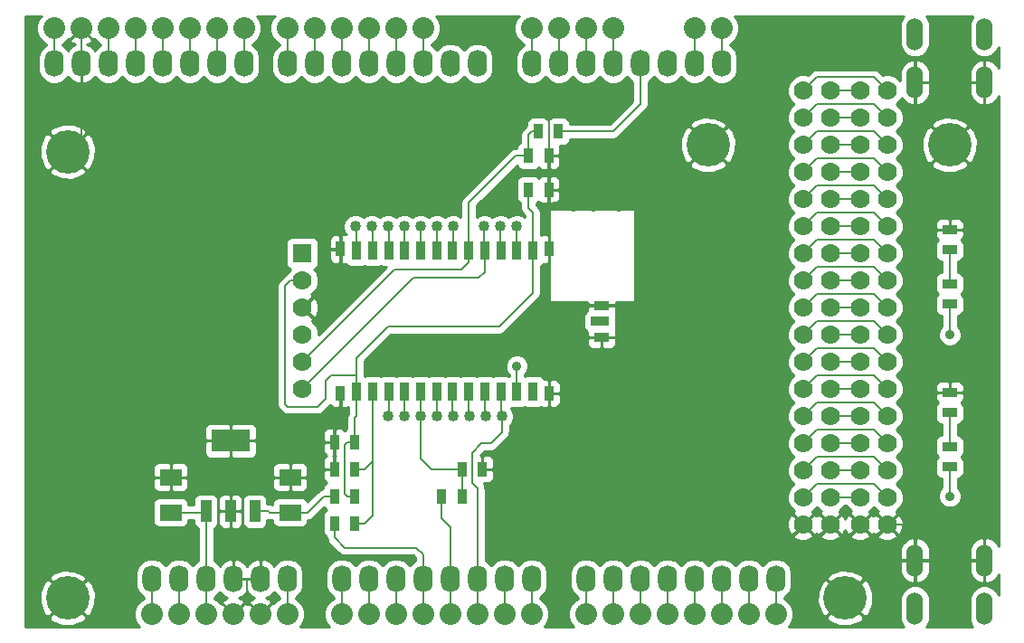
<source format=gtl>
G04 (created by PCBNEW-RS274X (2011-aug-04)-testing) date Tue 30 Aug 2011 10:21:52 AM EDT*
G01*
G70*
G90*
%MOIN*%
G04 Gerber Fmt 3.4, Leading zero omitted, Abs format*
%FSLAX34Y34*%
G04 APERTURE LIST*
%ADD10C,0.006000*%
%ADD11C,0.160000*%
%ADD12O,0.070000X0.100000*%
%ADD13C,0.070000*%
%ADD14R,0.035000X0.055000*%
%ADD15R,0.080000X0.060000*%
%ADD16O,0.060000X0.120000*%
%ADD17R,0.070000X0.070000*%
%ADD18C,0.080000*%
%ADD19C,0.040000*%
%ADD20R,0.036000X0.058100*%
%ADD21R,0.036000X0.070000*%
%ADD22R,0.070000X0.036000*%
%ADD23R,0.058100X0.036000*%
%ADD24R,0.144000X0.080000*%
%ADD25R,0.040000X0.080000*%
%ADD26R,0.055000X0.035000*%
%ADD27C,0.035000*%
%ADD28C,0.008000*%
%ADD29C,0.010000*%
G04 APERTURE END LIST*
G54D10*
G54D11*
X34800Y-30450D03*
G54D12*
X49900Y-27200D03*
X49900Y-46200D03*
X48900Y-46200D03*
X47900Y-46200D03*
X44900Y-46200D03*
X45900Y-46200D03*
X46900Y-46200D03*
X42900Y-46200D03*
X41900Y-46200D03*
X40900Y-46200D03*
X38900Y-46200D03*
X37900Y-46200D03*
X48900Y-27200D03*
X47900Y-27200D03*
X46900Y-27200D03*
X45900Y-27200D03*
X44900Y-27200D03*
X43900Y-27200D03*
X42900Y-27200D03*
X41300Y-27200D03*
X40300Y-27200D03*
X39300Y-27200D03*
X38300Y-27200D03*
X37300Y-27200D03*
X36300Y-27200D03*
X35300Y-27200D03*
X34300Y-27200D03*
X39900Y-46200D03*
X51900Y-27200D03*
X52900Y-27200D03*
X53900Y-27200D03*
X54900Y-27200D03*
X55900Y-27200D03*
X56900Y-27200D03*
X57900Y-27200D03*
X58900Y-27200D03*
G54D13*
X61900Y-28200D03*
X62900Y-28200D03*
X61900Y-29200D03*
X62900Y-29200D03*
X61900Y-30200D03*
X62900Y-30200D03*
X61900Y-31200D03*
X62900Y-31200D03*
X61900Y-32200D03*
X62900Y-32200D03*
X61900Y-33200D03*
X62900Y-33200D03*
X61900Y-34200D03*
X62900Y-34200D03*
X61900Y-35200D03*
X62900Y-35200D03*
X61900Y-36200D03*
X62900Y-36200D03*
X61900Y-37200D03*
X62900Y-37200D03*
X61900Y-38200D03*
X62900Y-38200D03*
X61900Y-39200D03*
X62900Y-39200D03*
X61900Y-40200D03*
X62900Y-40200D03*
X61900Y-41200D03*
X62900Y-41200D03*
X61900Y-42200D03*
X62900Y-42200D03*
X61900Y-43200D03*
X62900Y-43200D03*
X61900Y-44200D03*
X62900Y-44200D03*
G54D12*
X50900Y-46200D03*
X51900Y-46200D03*
X53900Y-46200D03*
X54900Y-46200D03*
X55900Y-46200D03*
X56900Y-46200D03*
X57900Y-46200D03*
X58900Y-46200D03*
X59900Y-46200D03*
X60900Y-46200D03*
G54D14*
X44625Y-43150D03*
X45375Y-43150D03*
X44625Y-44150D03*
X45375Y-44150D03*
X45375Y-42150D03*
X44625Y-42150D03*
G54D15*
X38600Y-43750D03*
X38600Y-42450D03*
X43000Y-43750D03*
X43000Y-42450D03*
G54D14*
X44625Y-41150D03*
X45375Y-41150D03*
X52525Y-31850D03*
X51775Y-31850D03*
X52125Y-29700D03*
X52875Y-29700D03*
X52525Y-30600D03*
X51775Y-30600D03*
G54D16*
X66020Y-26110D03*
X68580Y-26110D03*
X66020Y-27890D03*
X68580Y-27890D03*
X68580Y-47290D03*
X66020Y-47290D03*
X68580Y-45510D03*
X66020Y-45510D03*
G54D17*
X43450Y-34200D03*
G54D13*
X43450Y-35200D03*
X43450Y-36200D03*
X43450Y-37200D03*
X43450Y-38200D03*
X43450Y-39200D03*
G54D14*
X50075Y-42150D03*
X49325Y-42150D03*
X49325Y-43150D03*
X48575Y-43150D03*
G54D13*
X64000Y-35200D03*
X65000Y-35200D03*
X64000Y-34200D03*
X65000Y-34200D03*
X64000Y-33200D03*
X65000Y-33200D03*
X64000Y-32200D03*
X65000Y-32200D03*
X64000Y-31200D03*
X65000Y-31200D03*
X64000Y-30200D03*
X65000Y-30200D03*
X64000Y-29200D03*
G54D18*
X41300Y-25900D03*
X42900Y-25900D03*
X43900Y-25900D03*
X44900Y-25900D03*
X45900Y-25900D03*
X46900Y-25900D03*
X47900Y-25900D03*
X51900Y-25900D03*
G54D13*
X65000Y-29200D03*
X64000Y-28200D03*
X65000Y-28200D03*
G54D18*
X58900Y-25900D03*
X52900Y-25900D03*
X53900Y-25900D03*
X54900Y-25900D03*
X57900Y-25900D03*
G54D19*
X51350Y-33200D03*
X50750Y-33200D03*
X47800Y-40200D03*
X46600Y-40200D03*
X47200Y-40200D03*
X48400Y-40200D03*
X49000Y-40200D03*
X49600Y-40200D03*
X50200Y-40200D03*
X50800Y-40200D03*
X45400Y-33200D03*
X46000Y-33200D03*
X46600Y-33200D03*
X47200Y-33200D03*
X47800Y-33200D03*
X48400Y-33200D03*
X49000Y-33200D03*
X50150Y-33200D03*
G54D18*
X53900Y-47500D03*
X54900Y-47500D03*
X55900Y-47500D03*
X56900Y-47500D03*
X57900Y-47500D03*
X58900Y-47500D03*
X59900Y-47500D03*
X60900Y-47500D03*
G54D13*
X65000Y-43200D03*
X64000Y-42200D03*
X65000Y-42200D03*
X64000Y-41200D03*
X65000Y-41200D03*
X64000Y-40200D03*
X65000Y-40200D03*
X64000Y-39200D03*
X65000Y-39200D03*
X64000Y-38200D03*
X65000Y-38200D03*
X64000Y-37200D03*
X65000Y-37200D03*
X64000Y-36200D03*
X65000Y-36200D03*
G54D18*
X37300Y-25900D03*
X38300Y-25900D03*
X39300Y-25900D03*
X40300Y-25900D03*
G54D20*
X52531Y-34043D03*
X44855Y-34043D03*
X44855Y-39357D03*
X52531Y-39357D03*
G54D21*
X49578Y-39298D03*
X50169Y-39298D03*
X51940Y-39298D03*
X48398Y-39298D03*
X47217Y-34102D03*
X50169Y-34102D03*
X46036Y-34102D03*
X46626Y-34102D03*
X48989Y-34102D03*
X45445Y-34102D03*
X51350Y-34102D03*
X50759Y-34102D03*
X47808Y-39298D03*
X50759Y-39298D03*
X46626Y-39298D03*
X47217Y-39298D03*
X46036Y-39298D03*
G54D22*
X54421Y-36700D03*
G54D23*
X54480Y-37290D03*
X54480Y-36110D03*
G54D21*
X49578Y-34102D03*
X48989Y-39298D03*
X51350Y-39298D03*
X48398Y-34102D03*
X47808Y-34102D03*
X51940Y-34102D03*
X45445Y-39298D03*
G54D24*
X40800Y-41100D03*
G54D25*
X40800Y-43700D03*
X41700Y-43700D03*
X39900Y-43700D03*
G54D26*
X67300Y-33325D03*
X67300Y-34075D03*
X67300Y-39325D03*
X67300Y-40075D03*
X67300Y-36075D03*
X67300Y-35325D03*
X67300Y-42075D03*
X67300Y-41325D03*
G54D18*
X44900Y-47500D03*
X45900Y-47500D03*
X46900Y-47500D03*
X47900Y-47500D03*
X48900Y-47500D03*
X49900Y-47500D03*
X50900Y-47500D03*
X51900Y-47500D03*
G54D13*
X64000Y-43200D03*
X64000Y-44200D03*
X65000Y-44200D03*
G54D18*
X36300Y-25900D03*
X34300Y-25900D03*
X35300Y-25900D03*
X37900Y-47500D03*
X38900Y-47500D03*
X39900Y-47500D03*
X40900Y-47500D03*
X41900Y-47500D03*
X42900Y-47500D03*
G54D11*
X34800Y-46900D03*
X58400Y-30200D03*
X63450Y-46900D03*
X67300Y-30200D03*
G54D27*
X67300Y-37200D03*
X67300Y-43150D03*
X52425Y-35575D03*
X52400Y-34850D03*
X52375Y-38300D03*
X52375Y-37525D03*
X52375Y-36725D03*
X52400Y-36125D03*
X54475Y-38300D03*
X54475Y-39400D03*
X53975Y-38850D03*
X54000Y-37875D03*
X53575Y-38300D03*
X53525Y-39400D03*
X53050Y-38850D03*
X53050Y-37875D03*
X53050Y-36275D03*
X53050Y-37150D03*
X55400Y-36225D03*
X55875Y-35900D03*
X55875Y-35125D03*
X55875Y-34250D03*
X55850Y-33400D03*
X55850Y-32525D03*
X55100Y-32500D03*
X54175Y-32500D03*
X53425Y-32500D03*
X52750Y-32475D03*
X51350Y-38350D03*
G54D28*
X38900Y-46200D02*
X38900Y-47500D01*
X43000Y-43750D02*
X43650Y-43750D01*
X44250Y-43150D02*
X44625Y-43150D01*
X43650Y-43750D02*
X44250Y-43150D01*
X42250Y-43750D02*
X43000Y-43750D01*
X42200Y-43700D02*
X42250Y-43750D01*
X41700Y-43700D02*
X42200Y-43700D01*
X41700Y-43725D02*
X41700Y-43700D01*
X39900Y-46200D02*
X39900Y-47500D01*
X38600Y-43750D02*
X39850Y-43750D01*
X39850Y-43750D02*
X39900Y-43700D01*
X39900Y-46200D02*
X39900Y-43700D01*
X44900Y-47500D02*
X44900Y-46200D01*
X45900Y-47500D02*
X45900Y-46200D01*
X55900Y-46200D02*
X55900Y-47500D01*
X56900Y-46200D02*
X56900Y-47500D01*
X57900Y-46200D02*
X57900Y-47500D01*
X58900Y-46200D02*
X58900Y-47500D01*
X59900Y-46200D02*
X59900Y-47500D01*
X60900Y-46200D02*
X60900Y-47500D01*
X46900Y-47500D02*
X46900Y-46200D01*
X47650Y-45050D02*
X47900Y-45300D01*
X47900Y-45300D02*
X47900Y-46200D01*
X47900Y-47500D02*
X47900Y-46200D01*
X44625Y-44150D02*
X44625Y-44675D01*
X47900Y-45300D02*
X47900Y-46200D01*
X47650Y-45050D02*
X47900Y-45300D01*
X45000Y-45050D02*
X47650Y-45050D01*
X44625Y-44675D02*
X45000Y-45050D01*
X48575Y-43150D02*
X48575Y-43975D01*
X48900Y-44300D02*
X48900Y-46200D01*
X48575Y-43975D02*
X48900Y-44300D01*
X48900Y-47500D02*
X48900Y-46200D01*
X50800Y-40200D02*
X50800Y-40800D01*
X49900Y-42850D02*
X49900Y-46200D01*
X49700Y-42650D02*
X49900Y-42850D01*
X49700Y-41550D02*
X49700Y-42650D01*
X50050Y-41200D02*
X49700Y-41550D01*
X50400Y-41200D02*
X50050Y-41200D01*
X50800Y-40800D02*
X50400Y-41200D01*
X50759Y-39298D02*
X50759Y-40159D01*
X50759Y-40159D02*
X50800Y-40200D01*
X49900Y-47500D02*
X49900Y-46200D01*
X67300Y-37200D02*
X67300Y-36075D01*
X50900Y-47500D02*
X50900Y-46200D01*
X67300Y-43150D02*
X67300Y-42075D01*
X51900Y-47500D02*
X51900Y-46200D01*
X53900Y-46200D02*
X53900Y-47500D01*
X54900Y-46200D02*
X54900Y-47500D01*
X34300Y-27200D02*
X34300Y-25900D01*
X47217Y-34102D02*
X47217Y-33217D01*
X47217Y-33217D02*
X47200Y-33200D01*
X63450Y-46900D02*
X64300Y-46050D01*
X64300Y-44900D02*
X64500Y-44700D01*
X64300Y-46050D02*
X64300Y-44900D01*
X34800Y-30450D02*
X35950Y-31600D01*
X35950Y-45750D02*
X34800Y-46900D01*
X35950Y-31600D02*
X35950Y-45750D01*
X35300Y-27200D02*
X35300Y-29950D01*
X35300Y-29950D02*
X34800Y-30450D01*
X52525Y-30600D02*
X55400Y-30600D01*
X57500Y-31100D02*
X58400Y-30200D01*
X55900Y-31100D02*
X57500Y-31100D01*
X55400Y-30600D02*
X55900Y-31100D01*
X41400Y-46200D02*
X41400Y-47050D01*
X41900Y-47500D02*
X41450Y-47050D01*
X41450Y-47050D02*
X41400Y-47050D01*
X41350Y-47050D02*
X40900Y-47500D01*
X41400Y-47050D02*
X41350Y-47050D01*
X35300Y-27200D02*
X35300Y-25900D01*
X40900Y-45200D02*
X40900Y-46200D01*
X62900Y-44200D02*
X62400Y-44700D01*
X62400Y-44700D02*
X61900Y-44200D01*
X64000Y-44200D02*
X63450Y-44750D01*
X63450Y-44750D02*
X62900Y-44200D01*
X64000Y-44200D02*
X64500Y-44700D01*
X64500Y-44700D02*
X65000Y-44200D01*
X66020Y-45510D02*
X66020Y-44580D01*
X66020Y-44580D02*
X66400Y-44200D01*
X50075Y-42150D02*
X52000Y-42150D01*
X52531Y-41619D02*
X52531Y-39357D01*
X52000Y-42150D02*
X52531Y-41619D01*
X65000Y-44200D02*
X66400Y-44200D01*
X66400Y-44200D02*
X67700Y-44200D01*
X67700Y-44200D02*
X68100Y-43800D01*
X68100Y-43800D02*
X68100Y-39000D01*
X67300Y-39325D02*
X67775Y-39325D01*
X67775Y-39325D02*
X68100Y-39000D01*
X67775Y-33325D02*
X67300Y-33325D01*
X68100Y-33650D02*
X67775Y-33325D01*
X68100Y-39000D02*
X68100Y-33650D01*
X66020Y-27890D02*
X66020Y-31220D01*
X67300Y-32500D02*
X67300Y-33325D01*
X66020Y-31220D02*
X67300Y-32500D01*
X66020Y-27890D02*
X68580Y-27890D01*
X66020Y-45510D02*
X68580Y-45510D01*
X44625Y-41150D02*
X44625Y-42150D01*
X44625Y-41150D02*
X44625Y-40425D01*
X44855Y-40195D02*
X44855Y-39357D01*
X44625Y-40425D02*
X44855Y-40195D01*
X44625Y-41150D02*
X43550Y-41150D01*
X43550Y-41150D02*
X43000Y-41700D01*
X50400Y-29800D02*
X51000Y-29200D01*
X52525Y-32550D02*
X52525Y-31300D01*
X44855Y-32645D02*
X44855Y-34043D01*
X44855Y-32645D02*
X45325Y-32175D01*
X45325Y-32175D02*
X48025Y-32175D01*
X48025Y-32175D02*
X50400Y-29800D01*
X52525Y-29875D02*
X52525Y-31300D01*
X52525Y-29325D02*
X52525Y-29875D01*
X52400Y-29200D02*
X52525Y-29325D01*
X51000Y-29200D02*
X52400Y-29200D01*
X52400Y-35600D02*
X52400Y-36125D01*
X52425Y-35575D02*
X52400Y-35600D01*
X52531Y-34719D02*
X52400Y-34850D01*
X52531Y-34043D02*
X52531Y-34719D01*
X52531Y-38456D02*
X52375Y-38300D01*
X52531Y-39357D02*
X52531Y-38456D01*
X52375Y-36725D02*
X52375Y-37525D01*
X52900Y-36125D02*
X52400Y-36125D01*
X53050Y-36275D02*
X52900Y-36125D01*
X53215Y-36110D02*
X53050Y-36275D01*
X54480Y-36110D02*
X53215Y-36110D01*
X53050Y-37875D02*
X53050Y-37150D01*
X53975Y-38900D02*
X53975Y-38850D01*
X54475Y-39400D02*
X53975Y-38900D01*
X54000Y-37875D02*
X53575Y-38300D01*
X53050Y-38925D02*
X53050Y-38850D01*
X53525Y-39400D02*
X53050Y-38925D01*
X54480Y-38295D02*
X54475Y-38300D01*
X54480Y-37290D02*
X54480Y-38295D01*
X40800Y-41125D02*
X40800Y-43725D01*
X40800Y-43725D02*
X40800Y-44450D01*
X40900Y-44550D02*
X40900Y-45200D01*
X40800Y-44450D02*
X40900Y-44550D01*
X55875Y-35900D02*
X55875Y-35125D01*
X55850Y-34225D02*
X55850Y-33400D01*
X55875Y-34250D02*
X55850Y-34225D01*
X55825Y-32500D02*
X55100Y-32500D01*
X55850Y-32525D02*
X55825Y-32500D01*
X54175Y-32500D02*
X53425Y-32500D01*
X55285Y-36110D02*
X55400Y-36225D01*
X54480Y-36110D02*
X55285Y-36110D01*
X52600Y-32475D02*
X52525Y-32550D01*
X52750Y-32475D02*
X52600Y-32475D01*
X40800Y-41100D02*
X42400Y-41100D01*
X38600Y-41700D02*
X38600Y-42450D01*
X39200Y-41100D02*
X38600Y-41700D01*
X40800Y-41100D02*
X39200Y-41100D01*
X40900Y-46200D02*
X41400Y-46200D01*
X41400Y-46200D02*
X41900Y-46200D01*
X40900Y-45200D02*
X40900Y-46200D01*
X52525Y-32550D02*
X52525Y-33100D01*
X52525Y-34037D02*
X52531Y-34043D01*
X52525Y-33100D02*
X52525Y-34037D01*
X42400Y-41100D02*
X43000Y-41700D01*
X43000Y-41700D02*
X43000Y-42450D01*
X40800Y-41100D02*
X40800Y-41125D01*
X44855Y-34795D02*
X43450Y-36200D01*
X44855Y-34043D02*
X44855Y-34795D01*
X39300Y-27200D02*
X39300Y-25900D01*
X38300Y-27200D02*
X38300Y-25900D01*
X37300Y-27200D02*
X37300Y-25900D01*
X36300Y-25900D02*
X36300Y-27200D01*
X51900Y-27200D02*
X51900Y-25900D01*
X52900Y-27200D02*
X52900Y-25900D01*
X53900Y-27200D02*
X53900Y-25900D01*
X54900Y-27200D02*
X54900Y-25900D01*
X47900Y-27200D02*
X47900Y-25900D01*
X57900Y-27200D02*
X57900Y-25900D01*
X58900Y-27200D02*
X58900Y-25900D01*
X61900Y-28200D02*
X62400Y-27700D01*
X64500Y-27700D02*
X65000Y-28200D01*
X62400Y-27700D02*
X64500Y-27700D01*
X62900Y-28200D02*
X64000Y-28200D01*
X61900Y-29200D02*
X62400Y-28700D01*
X64500Y-28700D02*
X65000Y-29200D01*
X62400Y-28700D02*
X64500Y-28700D01*
X62900Y-29200D02*
X64000Y-29200D01*
X61900Y-30200D02*
X62400Y-29700D01*
X64500Y-29700D02*
X65000Y-30200D01*
X62400Y-29700D02*
X64500Y-29700D01*
X62900Y-30200D02*
X64000Y-30200D01*
X61900Y-31200D02*
X62400Y-30700D01*
X64500Y-30700D02*
X65000Y-31200D01*
X62400Y-30700D02*
X64500Y-30700D01*
X62900Y-31200D02*
X64000Y-31200D01*
X46900Y-27200D02*
X46900Y-25900D01*
X61900Y-32200D02*
X62400Y-31700D01*
X64500Y-31700D02*
X65000Y-32200D01*
X62400Y-31700D02*
X64500Y-31700D01*
X62900Y-32200D02*
X64000Y-32200D01*
X61900Y-33200D02*
X62400Y-32700D01*
X64500Y-32700D02*
X65000Y-33200D01*
X62400Y-32700D02*
X64500Y-32700D01*
X62900Y-33200D02*
X64000Y-33200D01*
X61900Y-34200D02*
X62400Y-33700D01*
X64500Y-33700D02*
X65000Y-34200D01*
X62400Y-33700D02*
X64500Y-33700D01*
X62900Y-34200D02*
X64000Y-34200D01*
X61900Y-35200D02*
X62400Y-34700D01*
X64500Y-34700D02*
X65000Y-35200D01*
X62400Y-34700D02*
X64500Y-34700D01*
X62900Y-35200D02*
X64000Y-35200D01*
X61900Y-36200D02*
X62400Y-35700D01*
X64500Y-35700D02*
X65000Y-36200D01*
X62400Y-35700D02*
X64500Y-35700D01*
X62900Y-36200D02*
X64000Y-36200D01*
X45900Y-27200D02*
X45900Y-25900D01*
X61900Y-37200D02*
X62400Y-36700D01*
X64500Y-36700D02*
X65000Y-37200D01*
X62400Y-36700D02*
X64500Y-36700D01*
X62900Y-37200D02*
X64000Y-37200D01*
X61900Y-38200D02*
X62400Y-37700D01*
X64500Y-37700D02*
X65000Y-38200D01*
X62400Y-37700D02*
X64500Y-37700D01*
X62900Y-38200D02*
X64000Y-38200D01*
X61900Y-39200D02*
X62400Y-38700D01*
X64500Y-38700D02*
X65000Y-39200D01*
X62400Y-38700D02*
X64500Y-38700D01*
X62900Y-39200D02*
X64000Y-39200D01*
X61900Y-40200D02*
X62400Y-39700D01*
X64500Y-39700D02*
X65000Y-40200D01*
X62400Y-39700D02*
X64500Y-39700D01*
X62900Y-40200D02*
X64000Y-40200D01*
X61900Y-41200D02*
X62400Y-40700D01*
X64500Y-40700D02*
X65000Y-41200D01*
X62400Y-40700D02*
X64500Y-40700D01*
X62900Y-41200D02*
X64000Y-41200D01*
X44900Y-27200D02*
X44900Y-25900D01*
X61900Y-42200D02*
X62400Y-41700D01*
X64500Y-41700D02*
X65000Y-42200D01*
X62400Y-41700D02*
X64500Y-41700D01*
X62900Y-42200D02*
X64000Y-42200D01*
X61900Y-43200D02*
X62400Y-42700D01*
X64500Y-42700D02*
X65000Y-43200D01*
X62400Y-42700D02*
X64500Y-42700D01*
X62900Y-43200D02*
X64000Y-43200D01*
X43900Y-27200D02*
X43900Y-25900D01*
X42900Y-27200D02*
X42900Y-25900D01*
X41300Y-27200D02*
X41300Y-25900D01*
X40300Y-27200D02*
X40300Y-25900D01*
X37900Y-46200D02*
X37900Y-47500D01*
X50150Y-33200D02*
X50150Y-34083D01*
X50150Y-34083D02*
X50169Y-34102D01*
X47550Y-35100D02*
X43450Y-39200D01*
X49950Y-35100D02*
X47550Y-35100D01*
X50169Y-34881D02*
X49950Y-35100D01*
X50169Y-34102D02*
X50169Y-34881D01*
X51350Y-38350D02*
X51350Y-39298D01*
X52875Y-29700D02*
X54900Y-29700D01*
X55900Y-28700D02*
X55900Y-27200D01*
X54900Y-29700D02*
X55900Y-28700D01*
X42900Y-46200D02*
X42900Y-47500D01*
X49325Y-42150D02*
X48200Y-42150D01*
X47800Y-41750D02*
X47800Y-40200D01*
X48200Y-42150D02*
X47800Y-41750D01*
X49325Y-42150D02*
X49325Y-43150D01*
X47808Y-39298D02*
X47808Y-40192D01*
X47808Y-40192D02*
X47800Y-40200D01*
X45375Y-42150D02*
X45750Y-42150D01*
X45750Y-42150D02*
X46036Y-41864D01*
X45375Y-44150D02*
X45750Y-44150D01*
X46036Y-43864D02*
X46036Y-41864D01*
X46036Y-41864D02*
X46036Y-39298D01*
X45750Y-44150D02*
X46036Y-43864D01*
X51775Y-30600D02*
X51300Y-30600D01*
X49578Y-32322D02*
X49578Y-34102D01*
X51300Y-30600D02*
X49578Y-32322D01*
X51775Y-30600D02*
X51775Y-29825D01*
X51900Y-29700D02*
X52125Y-29700D01*
X51775Y-29825D02*
X51900Y-29700D01*
X46850Y-34800D02*
X43450Y-38200D01*
X49578Y-34102D02*
X49578Y-34522D01*
X49578Y-34522D02*
X49300Y-34800D01*
X49300Y-34800D02*
X46850Y-34800D01*
X45375Y-41150D02*
X45100Y-41150D01*
X45100Y-43150D02*
X45375Y-43150D01*
X45000Y-43050D02*
X45100Y-43150D01*
X45000Y-41250D02*
X45000Y-43050D01*
X45100Y-41150D02*
X45000Y-41250D01*
X45375Y-41150D02*
X45375Y-40275D01*
X45445Y-40205D02*
X45445Y-39298D01*
X45375Y-40275D02*
X45445Y-40205D01*
X51940Y-34102D02*
X51940Y-32690D01*
X51775Y-32525D02*
X51775Y-31850D01*
X51940Y-32690D02*
X51775Y-32525D01*
X44500Y-38700D02*
X45445Y-38700D01*
X44300Y-38900D02*
X44500Y-38700D01*
X44300Y-39550D02*
X44300Y-38900D01*
X44000Y-39850D02*
X44300Y-39550D01*
X42900Y-39850D02*
X44000Y-39850D01*
X42800Y-39750D02*
X42900Y-39850D01*
X42800Y-35400D02*
X42800Y-39750D01*
X43000Y-35200D02*
X42800Y-35400D01*
X43450Y-35200D02*
X43000Y-35200D01*
X45445Y-38055D02*
X45445Y-38700D01*
X46600Y-36900D02*
X45445Y-38055D01*
X50700Y-36900D02*
X46600Y-36900D01*
X51940Y-35660D02*
X50700Y-36900D01*
X51940Y-34102D02*
X51940Y-35660D01*
X45445Y-38700D02*
X45445Y-39298D01*
X46626Y-39298D02*
X46626Y-40174D01*
X46626Y-40174D02*
X46600Y-40200D01*
X47217Y-39298D02*
X47217Y-40183D01*
X47217Y-40183D02*
X47200Y-40200D01*
X48398Y-39298D02*
X48398Y-40198D01*
X48398Y-40198D02*
X48400Y-40200D01*
X46036Y-34102D02*
X46036Y-33236D01*
X46036Y-33236D02*
X46000Y-33200D01*
X46626Y-34102D02*
X46626Y-33226D01*
X46626Y-33226D02*
X46600Y-33200D01*
X50169Y-39298D02*
X50169Y-40169D01*
X50169Y-40169D02*
X50200Y-40200D01*
X48989Y-39298D02*
X48989Y-40189D01*
X48989Y-40189D02*
X49000Y-40200D01*
X49000Y-33200D02*
X49000Y-34091D01*
X49000Y-34091D02*
X48989Y-34102D01*
X49578Y-39298D02*
X49578Y-40178D01*
X49578Y-40178D02*
X49600Y-40200D01*
X45445Y-34102D02*
X45445Y-33245D01*
X45445Y-33245D02*
X45400Y-33200D01*
X48398Y-34102D02*
X48398Y-33202D01*
X48398Y-33202D02*
X48400Y-33200D01*
X47808Y-34102D02*
X47808Y-33208D01*
X47808Y-33208D02*
X47800Y-33200D01*
X51350Y-33200D02*
X51350Y-34102D01*
X50750Y-33200D02*
X50750Y-34093D01*
X50750Y-34093D02*
X50759Y-34102D01*
X67300Y-40075D02*
X67300Y-41325D01*
X67300Y-34075D02*
X67300Y-35325D01*
G54D10*
G36*
X36010Y-26519D02*
X35967Y-26537D01*
X35801Y-26702D01*
X35794Y-26716D01*
X35675Y-26576D01*
X35520Y-26497D01*
X35643Y-26451D01*
X35678Y-26428D01*
X35712Y-26319D01*
X35300Y-25907D01*
X34888Y-26319D01*
X34922Y-26428D01*
X35077Y-26498D01*
X34925Y-26576D01*
X34804Y-26717D01*
X34799Y-26703D01*
X34634Y-26537D01*
X34590Y-26518D01*
X34590Y-26482D01*
X34668Y-26450D01*
X34823Y-26294D01*
X34881Y-26312D01*
X35258Y-25935D01*
X35293Y-25900D01*
X35300Y-25893D01*
X35307Y-25900D01*
X35342Y-25935D01*
X35719Y-26312D01*
X35776Y-26294D01*
X35932Y-26450D01*
X36010Y-26482D01*
X36010Y-26519D01*
X36010Y-26519D01*
G37*
G54D29*
X36010Y-26519D02*
X35967Y-26537D01*
X35801Y-26702D01*
X35794Y-26716D01*
X35675Y-26576D01*
X35520Y-26497D01*
X35643Y-26451D01*
X35678Y-26428D01*
X35712Y-26319D01*
X35300Y-25907D01*
X34888Y-26319D01*
X34922Y-26428D01*
X35077Y-26498D01*
X34925Y-26576D01*
X34804Y-26717D01*
X34799Y-26703D01*
X34634Y-26537D01*
X34590Y-26518D01*
X34590Y-26482D01*
X34668Y-26450D01*
X34823Y-26294D01*
X34881Y-26312D01*
X35258Y-25935D01*
X35293Y-25900D01*
X35300Y-25893D01*
X35307Y-25900D01*
X35342Y-25935D01*
X35719Y-26312D01*
X35776Y-26294D01*
X35932Y-26450D01*
X36010Y-26482D01*
X36010Y-26519D01*
G54D10*
G36*
X42610Y-46917D02*
X42532Y-46950D01*
X42376Y-47105D01*
X42319Y-47088D01*
X41942Y-47465D01*
X41907Y-47500D01*
X41900Y-47507D01*
X41893Y-47500D01*
X41858Y-47465D01*
X41481Y-47088D01*
X41400Y-47113D01*
X41319Y-47088D01*
X40942Y-47465D01*
X40907Y-47500D01*
X40900Y-47507D01*
X40893Y-47500D01*
X40858Y-47465D01*
X40481Y-47088D01*
X40423Y-47105D01*
X40268Y-46950D01*
X40190Y-46917D01*
X40190Y-46880D01*
X40233Y-46863D01*
X40399Y-46698D01*
X40405Y-46683D01*
X40525Y-46824D01*
X40679Y-46902D01*
X40557Y-46949D01*
X40522Y-46972D01*
X40488Y-47081D01*
X40900Y-47493D01*
X41312Y-47081D01*
X41278Y-46972D01*
X41122Y-46901D01*
X41275Y-46824D01*
X41400Y-46676D01*
X41525Y-46824D01*
X41679Y-46902D01*
X41557Y-46949D01*
X41522Y-46972D01*
X41488Y-47081D01*
X41900Y-47493D01*
X42312Y-47081D01*
X42278Y-46972D01*
X42122Y-46901D01*
X42275Y-46824D01*
X42395Y-46682D01*
X42401Y-46697D01*
X42566Y-46863D01*
X42610Y-46881D01*
X42610Y-46917D01*
X42610Y-46917D01*
G37*
G54D29*
X42610Y-46917D02*
X42532Y-46950D01*
X42376Y-47105D01*
X42319Y-47088D01*
X41942Y-47465D01*
X41907Y-47500D01*
X41900Y-47507D01*
X41893Y-47500D01*
X41858Y-47465D01*
X41481Y-47088D01*
X41400Y-47113D01*
X41319Y-47088D01*
X40942Y-47465D01*
X40907Y-47500D01*
X40900Y-47507D01*
X40893Y-47500D01*
X40858Y-47465D01*
X40481Y-47088D01*
X40423Y-47105D01*
X40268Y-46950D01*
X40190Y-46917D01*
X40190Y-46880D01*
X40233Y-46863D01*
X40399Y-46698D01*
X40405Y-46683D01*
X40525Y-46824D01*
X40679Y-46902D01*
X40557Y-46949D01*
X40522Y-46972D01*
X40488Y-47081D01*
X40900Y-47493D01*
X41312Y-47081D01*
X41278Y-46972D01*
X41122Y-46901D01*
X41275Y-46824D01*
X41400Y-46676D01*
X41525Y-46824D01*
X41679Y-46902D01*
X41557Y-46949D01*
X41522Y-46972D01*
X41488Y-47081D01*
X41900Y-47493D01*
X42312Y-47081D01*
X42278Y-46972D01*
X42122Y-46901D01*
X42275Y-46824D01*
X42395Y-46682D01*
X42401Y-46697D01*
X42566Y-46863D01*
X42610Y-46881D01*
X42610Y-46917D01*
G54D10*
G36*
X55610Y-28580D02*
X54780Y-29410D01*
X53299Y-29410D01*
X53299Y-29376D01*
X53261Y-29284D01*
X53191Y-29214D01*
X53100Y-29176D01*
X53001Y-29176D01*
X52651Y-29176D01*
X52559Y-29214D01*
X52500Y-29273D01*
X52441Y-29214D01*
X52350Y-29176D01*
X52251Y-29176D01*
X51901Y-29176D01*
X51809Y-29214D01*
X51739Y-29284D01*
X51701Y-29375D01*
X51701Y-29474D01*
X51701Y-29490D01*
X51694Y-29495D01*
X51570Y-29620D01*
X51507Y-29714D01*
X51485Y-29825D01*
X51485Y-30103D01*
X51459Y-30114D01*
X51389Y-30184D01*
X51351Y-30275D01*
X51351Y-30310D01*
X51300Y-30310D01*
X51189Y-30332D01*
X51095Y-30395D01*
X49373Y-32117D01*
X49310Y-32211D01*
X49288Y-32322D01*
X49288Y-32853D01*
X49255Y-32820D01*
X49090Y-32751D01*
X48911Y-32751D01*
X48746Y-32819D01*
X48700Y-32865D01*
X48655Y-32820D01*
X48490Y-32751D01*
X48311Y-32751D01*
X48146Y-32819D01*
X48100Y-32865D01*
X48055Y-32820D01*
X47890Y-32751D01*
X47711Y-32751D01*
X47546Y-32819D01*
X47500Y-32865D01*
X47455Y-32820D01*
X47290Y-32751D01*
X47111Y-32751D01*
X46946Y-32819D01*
X46900Y-32865D01*
X46855Y-32820D01*
X46690Y-32751D01*
X46511Y-32751D01*
X46346Y-32819D01*
X46300Y-32865D01*
X46255Y-32820D01*
X46090Y-32751D01*
X45911Y-32751D01*
X45746Y-32819D01*
X45700Y-32865D01*
X45655Y-32820D01*
X45490Y-32751D01*
X45311Y-32751D01*
X45146Y-32819D01*
X45020Y-32945D01*
X44951Y-33110D01*
X44951Y-33289D01*
X45019Y-33454D01*
X45069Y-33504D01*
X44986Y-33504D01*
X44922Y-33503D01*
X44860Y-33565D01*
X44860Y-33988D01*
X44860Y-34038D01*
X44860Y-34048D01*
X44860Y-34098D01*
X44860Y-34521D01*
X44922Y-34583D01*
X44986Y-34582D01*
X45049Y-34582D01*
X45054Y-34593D01*
X45124Y-34663D01*
X45215Y-34701D01*
X45314Y-34701D01*
X45674Y-34701D01*
X45740Y-34673D01*
X45806Y-34701D01*
X45905Y-34701D01*
X46265Y-34701D01*
X46330Y-34673D01*
X46396Y-34701D01*
X46495Y-34701D01*
X46539Y-34701D01*
X44850Y-36390D01*
X44850Y-34521D01*
X44850Y-34048D01*
X44850Y-34038D01*
X44850Y-33565D01*
X44788Y-33503D01*
X44724Y-33504D01*
X44625Y-33504D01*
X44534Y-33542D01*
X44464Y-33612D01*
X44426Y-33704D01*
X44425Y-33976D01*
X44487Y-34038D01*
X44850Y-34038D01*
X44850Y-34048D01*
X44487Y-34048D01*
X44425Y-34110D01*
X44426Y-34382D01*
X44464Y-34474D01*
X44534Y-34544D01*
X44625Y-34582D01*
X44724Y-34582D01*
X44788Y-34583D01*
X44850Y-34521D01*
X44850Y-36390D01*
X44049Y-37191D01*
X44049Y-37081D01*
X44041Y-37061D01*
X44041Y-36101D01*
X43958Y-35883D01*
X43938Y-35852D01*
X43833Y-35824D01*
X43457Y-36200D01*
X43833Y-36576D01*
X43938Y-36548D01*
X44034Y-36334D01*
X44041Y-36101D01*
X44041Y-37061D01*
X43958Y-36861D01*
X43790Y-36693D01*
X43798Y-36688D01*
X43826Y-36583D01*
X43485Y-36242D01*
X43450Y-36207D01*
X43443Y-36200D01*
X43450Y-36193D01*
X43485Y-36158D01*
X43826Y-35817D01*
X43798Y-35712D01*
X43789Y-35708D01*
X43789Y-35707D01*
X43958Y-35539D01*
X44049Y-35319D01*
X44049Y-35081D01*
X43958Y-34861D01*
X43882Y-34785D01*
X43941Y-34761D01*
X44011Y-34691D01*
X44049Y-34600D01*
X44049Y-34501D01*
X44049Y-33801D01*
X44011Y-33709D01*
X43941Y-33639D01*
X43850Y-33601D01*
X43751Y-33601D01*
X43051Y-33601D01*
X42959Y-33639D01*
X42889Y-33709D01*
X42851Y-33800D01*
X42851Y-33899D01*
X42851Y-34599D01*
X42889Y-34691D01*
X42959Y-34761D01*
X43017Y-34785D01*
X42942Y-34861D01*
X42914Y-34926D01*
X42914Y-34927D01*
X42889Y-34932D01*
X42795Y-34995D01*
X42794Y-34995D01*
X42794Y-34996D01*
X42595Y-35195D01*
X42532Y-35289D01*
X42510Y-35400D01*
X42510Y-39750D01*
X42532Y-39861D01*
X42595Y-39955D01*
X42695Y-40055D01*
X42789Y-40118D01*
X42900Y-40140D01*
X44000Y-40140D01*
X44111Y-40118D01*
X44205Y-40055D01*
X44468Y-39792D01*
X44534Y-39858D01*
X44625Y-39896D01*
X44724Y-39896D01*
X44788Y-39897D01*
X44850Y-39835D01*
X44850Y-39412D01*
X44850Y-39362D01*
X44850Y-39352D01*
X44860Y-39352D01*
X44860Y-39362D01*
X44860Y-39412D01*
X44860Y-39835D01*
X44922Y-39897D01*
X44986Y-39896D01*
X45085Y-39896D01*
X45148Y-39869D01*
X45155Y-39871D01*
X45155Y-40092D01*
X45107Y-40164D01*
X45085Y-40275D01*
X45085Y-40653D01*
X45059Y-40664D01*
X45000Y-40723D01*
X44941Y-40664D01*
X44849Y-40626D01*
X44692Y-40625D01*
X44630Y-40687D01*
X44630Y-41095D01*
X44630Y-41145D01*
X44630Y-41155D01*
X44630Y-41205D01*
X44630Y-41613D01*
X44667Y-41650D01*
X44630Y-41687D01*
X44630Y-42095D01*
X44630Y-42145D01*
X44630Y-42155D01*
X44620Y-42155D01*
X44620Y-42145D01*
X44620Y-41687D01*
X44583Y-41650D01*
X44620Y-41613D01*
X44620Y-41155D01*
X44620Y-41145D01*
X44620Y-40687D01*
X44558Y-40625D01*
X44401Y-40626D01*
X44309Y-40664D01*
X44239Y-40734D01*
X44201Y-40825D01*
X44201Y-40924D01*
X44200Y-41083D01*
X44262Y-41145D01*
X44620Y-41145D01*
X44620Y-41155D01*
X44262Y-41155D01*
X44200Y-41217D01*
X44201Y-41376D01*
X44201Y-41475D01*
X44239Y-41566D01*
X44309Y-41636D01*
X44342Y-41650D01*
X44309Y-41664D01*
X44239Y-41734D01*
X44201Y-41825D01*
X44201Y-41924D01*
X44200Y-42083D01*
X44262Y-42145D01*
X44620Y-42145D01*
X44620Y-42155D01*
X44570Y-42155D01*
X44262Y-42155D01*
X44200Y-42217D01*
X44201Y-42376D01*
X44201Y-42475D01*
X44239Y-42566D01*
X44309Y-42636D01*
X44342Y-42650D01*
X44309Y-42664D01*
X44239Y-42734D01*
X44201Y-42825D01*
X44201Y-42869D01*
X44139Y-42882D01*
X44045Y-42945D01*
X43650Y-43339D01*
X43650Y-42517D01*
X43650Y-42383D01*
X43649Y-42101D01*
X43611Y-42009D01*
X43541Y-41939D01*
X43450Y-41901D01*
X43351Y-41901D01*
X43067Y-41900D01*
X43005Y-41962D01*
X43005Y-42445D01*
X43588Y-42445D01*
X43650Y-42383D01*
X43650Y-42517D01*
X43588Y-42455D01*
X43005Y-42455D01*
X43005Y-42938D01*
X43067Y-43000D01*
X43351Y-42999D01*
X43450Y-42999D01*
X43541Y-42961D01*
X43611Y-42891D01*
X43649Y-42799D01*
X43650Y-42517D01*
X43650Y-43339D01*
X43631Y-43358D01*
X43611Y-43309D01*
X43541Y-43239D01*
X43450Y-43201D01*
X43351Y-43201D01*
X42995Y-43201D01*
X42995Y-42938D01*
X42995Y-42455D01*
X42995Y-42445D01*
X42995Y-41962D01*
X42933Y-41900D01*
X42649Y-41901D01*
X42550Y-41901D01*
X42459Y-41939D01*
X42389Y-42009D01*
X42351Y-42101D01*
X42350Y-42383D01*
X42412Y-42445D01*
X42995Y-42445D01*
X42995Y-42455D01*
X42412Y-42455D01*
X42350Y-42517D01*
X42351Y-42799D01*
X42389Y-42891D01*
X42459Y-42961D01*
X42550Y-42999D01*
X42649Y-42999D01*
X42933Y-43000D01*
X42995Y-42938D01*
X42995Y-43201D01*
X42551Y-43201D01*
X42459Y-43239D01*
X42389Y-43309D01*
X42351Y-43400D01*
X42351Y-43458D01*
X42311Y-43432D01*
X42200Y-43410D01*
X42149Y-43410D01*
X42149Y-43251D01*
X42111Y-43159D01*
X42041Y-43089D01*
X41950Y-43051D01*
X41851Y-43051D01*
X41770Y-43051D01*
X41770Y-41167D01*
X41770Y-41033D01*
X41769Y-40749D01*
X41769Y-40650D01*
X41731Y-40559D01*
X41661Y-40489D01*
X41569Y-40451D01*
X40867Y-40450D01*
X40805Y-40512D01*
X40805Y-41095D01*
X41708Y-41095D01*
X41770Y-41033D01*
X41770Y-41167D01*
X41708Y-41105D01*
X40805Y-41105D01*
X40805Y-41688D01*
X40867Y-41750D01*
X41569Y-41749D01*
X41661Y-41711D01*
X41731Y-41641D01*
X41769Y-41550D01*
X41769Y-41451D01*
X41770Y-41167D01*
X41770Y-43051D01*
X41451Y-43051D01*
X41359Y-43089D01*
X41289Y-43159D01*
X41251Y-43250D01*
X41251Y-43349D01*
X41251Y-44149D01*
X41289Y-44241D01*
X41359Y-44311D01*
X41450Y-44349D01*
X41549Y-44349D01*
X41949Y-44349D01*
X42041Y-44311D01*
X42111Y-44241D01*
X42149Y-44150D01*
X42149Y-44051D01*
X42149Y-44019D01*
X42249Y-44039D01*
X42250Y-44040D01*
X42351Y-44040D01*
X42351Y-44099D01*
X42389Y-44191D01*
X42459Y-44261D01*
X42550Y-44299D01*
X42649Y-44299D01*
X43449Y-44299D01*
X43541Y-44261D01*
X43611Y-44191D01*
X43649Y-44100D01*
X43649Y-44040D01*
X43650Y-44040D01*
X43761Y-44018D01*
X43855Y-43955D01*
X44241Y-43568D01*
X44309Y-43636D01*
X44342Y-43650D01*
X44309Y-43664D01*
X44239Y-43734D01*
X44201Y-43825D01*
X44201Y-43924D01*
X44201Y-44474D01*
X44239Y-44566D01*
X44309Y-44636D01*
X44335Y-44646D01*
X44335Y-44675D01*
X44357Y-44786D01*
X44420Y-44880D01*
X44795Y-45255D01*
X44889Y-45318D01*
X45000Y-45340D01*
X47530Y-45340D01*
X47610Y-45420D01*
X47610Y-45519D01*
X47567Y-45537D01*
X47401Y-45702D01*
X47399Y-45703D01*
X47234Y-45537D01*
X47017Y-45447D01*
X46783Y-45447D01*
X46567Y-45537D01*
X46401Y-45702D01*
X46399Y-45703D01*
X46234Y-45537D01*
X46017Y-45447D01*
X45783Y-45447D01*
X45567Y-45537D01*
X45401Y-45702D01*
X45399Y-45703D01*
X45234Y-45537D01*
X45017Y-45447D01*
X44783Y-45447D01*
X44567Y-45537D01*
X44401Y-45702D01*
X44311Y-45919D01*
X44311Y-46153D01*
X44311Y-46481D01*
X44401Y-46697D01*
X44566Y-46863D01*
X44610Y-46881D01*
X44610Y-46917D01*
X44532Y-46950D01*
X44350Y-47132D01*
X44251Y-47371D01*
X44251Y-47629D01*
X44350Y-47868D01*
X44427Y-47945D01*
X43373Y-47945D01*
X43450Y-47868D01*
X43549Y-47629D01*
X43549Y-47371D01*
X43450Y-47132D01*
X43268Y-46950D01*
X43190Y-46917D01*
X43190Y-46880D01*
X43233Y-46863D01*
X43399Y-46698D01*
X43489Y-46481D01*
X43489Y-46247D01*
X43489Y-45919D01*
X43399Y-45703D01*
X43234Y-45537D01*
X43017Y-45447D01*
X42783Y-45447D01*
X42567Y-45537D01*
X42401Y-45702D01*
X42394Y-45716D01*
X42275Y-45576D01*
X42065Y-45469D01*
X41999Y-45459D01*
X41905Y-45513D01*
X41905Y-46145D01*
X41905Y-46195D01*
X41905Y-46205D01*
X41895Y-46205D01*
X41895Y-46195D01*
X41895Y-45513D01*
X41801Y-45459D01*
X41735Y-45469D01*
X41525Y-45576D01*
X41400Y-45723D01*
X41275Y-45576D01*
X41250Y-45563D01*
X41250Y-43767D01*
X41250Y-43633D01*
X41249Y-43349D01*
X41249Y-43250D01*
X41211Y-43159D01*
X41141Y-43089D01*
X41049Y-43051D01*
X40867Y-43050D01*
X40805Y-43112D01*
X40805Y-43695D01*
X41188Y-43695D01*
X41250Y-43633D01*
X41250Y-43767D01*
X41188Y-43705D01*
X40805Y-43705D01*
X40805Y-44288D01*
X40867Y-44350D01*
X41049Y-44349D01*
X41141Y-44311D01*
X41211Y-44241D01*
X41249Y-44150D01*
X41249Y-44051D01*
X41250Y-43767D01*
X41250Y-45563D01*
X41065Y-45469D01*
X40999Y-45459D01*
X40905Y-45513D01*
X40905Y-46195D01*
X41300Y-46195D01*
X41500Y-46195D01*
X41895Y-46195D01*
X41895Y-46205D01*
X41845Y-46205D01*
X41500Y-46205D01*
X41300Y-46205D01*
X40955Y-46205D01*
X40905Y-46205D01*
X40895Y-46205D01*
X40895Y-46195D01*
X40895Y-46145D01*
X40895Y-45513D01*
X40801Y-45459D01*
X40795Y-45459D01*
X40795Y-44288D01*
X40795Y-43705D01*
X40795Y-43695D01*
X40795Y-43112D01*
X40795Y-41688D01*
X40795Y-41105D01*
X40795Y-41095D01*
X40795Y-40512D01*
X40733Y-40450D01*
X40031Y-40451D01*
X39939Y-40489D01*
X39869Y-40559D01*
X39831Y-40650D01*
X39831Y-40749D01*
X39830Y-41033D01*
X39892Y-41095D01*
X40795Y-41095D01*
X40795Y-41105D01*
X39892Y-41105D01*
X39830Y-41167D01*
X39831Y-41451D01*
X39831Y-41550D01*
X39869Y-41641D01*
X39939Y-41711D01*
X40031Y-41749D01*
X40733Y-41750D01*
X40795Y-41688D01*
X40795Y-43112D01*
X40733Y-43050D01*
X40551Y-43051D01*
X40459Y-43089D01*
X40389Y-43159D01*
X40351Y-43250D01*
X40351Y-43349D01*
X40350Y-43633D01*
X40412Y-43695D01*
X40795Y-43695D01*
X40795Y-43705D01*
X40412Y-43705D01*
X40350Y-43767D01*
X40351Y-44051D01*
X40351Y-44150D01*
X40389Y-44241D01*
X40459Y-44311D01*
X40551Y-44349D01*
X40733Y-44350D01*
X40795Y-44288D01*
X40795Y-45459D01*
X40735Y-45469D01*
X40525Y-45576D01*
X40404Y-45717D01*
X40399Y-45703D01*
X40234Y-45537D01*
X40190Y-45518D01*
X40190Y-44332D01*
X40241Y-44311D01*
X40311Y-44241D01*
X40349Y-44150D01*
X40349Y-44051D01*
X40349Y-43251D01*
X40311Y-43159D01*
X40241Y-43089D01*
X40150Y-43051D01*
X40051Y-43051D01*
X39651Y-43051D01*
X39559Y-43089D01*
X39489Y-43159D01*
X39451Y-43250D01*
X39451Y-43349D01*
X39451Y-43460D01*
X39250Y-43460D01*
X39250Y-42517D01*
X39250Y-42383D01*
X39249Y-42101D01*
X39211Y-42009D01*
X39141Y-41939D01*
X39050Y-41901D01*
X38951Y-41901D01*
X38667Y-41900D01*
X38605Y-41962D01*
X38605Y-42445D01*
X39188Y-42445D01*
X39250Y-42383D01*
X39250Y-42517D01*
X39188Y-42455D01*
X38605Y-42455D01*
X38605Y-42938D01*
X38667Y-43000D01*
X38951Y-42999D01*
X39050Y-42999D01*
X39141Y-42961D01*
X39211Y-42891D01*
X39249Y-42799D01*
X39250Y-42517D01*
X39250Y-43460D01*
X39249Y-43460D01*
X39249Y-43401D01*
X39211Y-43309D01*
X39141Y-43239D01*
X39050Y-43201D01*
X38951Y-43201D01*
X38595Y-43201D01*
X38595Y-42938D01*
X38595Y-42455D01*
X38595Y-42445D01*
X38595Y-41962D01*
X38533Y-41900D01*
X38249Y-41901D01*
X38150Y-41901D01*
X38059Y-41939D01*
X37989Y-42009D01*
X37951Y-42101D01*
X37950Y-42383D01*
X38012Y-42445D01*
X38595Y-42445D01*
X38595Y-42455D01*
X38012Y-42455D01*
X37950Y-42517D01*
X37951Y-42799D01*
X37989Y-42891D01*
X38059Y-42961D01*
X38150Y-42999D01*
X38249Y-42999D01*
X38533Y-43000D01*
X38595Y-42938D01*
X38595Y-43201D01*
X38151Y-43201D01*
X38059Y-43239D01*
X37989Y-43309D01*
X37951Y-43400D01*
X37951Y-43499D01*
X37951Y-44099D01*
X37989Y-44191D01*
X38059Y-44261D01*
X38150Y-44299D01*
X38249Y-44299D01*
X39049Y-44299D01*
X39141Y-44261D01*
X39211Y-44191D01*
X39249Y-44100D01*
X39249Y-44040D01*
X39451Y-44040D01*
X39451Y-44149D01*
X39489Y-44241D01*
X39559Y-44311D01*
X39610Y-44332D01*
X39610Y-45519D01*
X39567Y-45537D01*
X39401Y-45702D01*
X39399Y-45703D01*
X39234Y-45537D01*
X39017Y-45447D01*
X38783Y-45447D01*
X38567Y-45537D01*
X38401Y-45702D01*
X38399Y-45703D01*
X38234Y-45537D01*
X38017Y-45447D01*
X37783Y-45447D01*
X37567Y-45537D01*
X37401Y-45702D01*
X37311Y-45919D01*
X37311Y-46153D01*
X37311Y-46481D01*
X37401Y-46697D01*
X37566Y-46863D01*
X37610Y-46881D01*
X37610Y-46917D01*
X37532Y-46950D01*
X37350Y-47132D01*
X37251Y-47371D01*
X37251Y-47629D01*
X37350Y-47868D01*
X37427Y-47945D01*
X35835Y-47945D01*
X35835Y-46732D01*
X35835Y-30282D01*
X35692Y-29898D01*
X35651Y-29838D01*
X35501Y-29756D01*
X35494Y-29763D01*
X35494Y-29749D01*
X35412Y-29599D01*
X35040Y-29429D01*
X34632Y-29415D01*
X34248Y-29558D01*
X34188Y-29599D01*
X34106Y-29749D01*
X34800Y-30443D01*
X35494Y-29749D01*
X35494Y-29763D01*
X34807Y-30450D01*
X35501Y-31144D01*
X35651Y-31062D01*
X35821Y-30690D01*
X35835Y-30282D01*
X35835Y-46732D01*
X35692Y-46348D01*
X35651Y-46288D01*
X35501Y-46206D01*
X35494Y-46213D01*
X35494Y-46199D01*
X35494Y-31151D01*
X34800Y-30457D01*
X34793Y-30464D01*
X34793Y-30450D01*
X34099Y-29756D01*
X33949Y-29838D01*
X33779Y-30210D01*
X33765Y-30618D01*
X33908Y-31002D01*
X33949Y-31062D01*
X34099Y-31144D01*
X34793Y-30450D01*
X34793Y-30464D01*
X34106Y-31151D01*
X34188Y-31301D01*
X34560Y-31471D01*
X34968Y-31485D01*
X35352Y-31342D01*
X35412Y-31301D01*
X35494Y-31151D01*
X35494Y-46199D01*
X35412Y-46049D01*
X35040Y-45879D01*
X34632Y-45865D01*
X34248Y-46008D01*
X34188Y-46049D01*
X34106Y-46199D01*
X34800Y-46893D01*
X35494Y-46199D01*
X35494Y-46213D01*
X34807Y-46900D01*
X35501Y-47594D01*
X35651Y-47512D01*
X35821Y-47140D01*
X35835Y-46732D01*
X35835Y-47945D01*
X35494Y-47945D01*
X35494Y-47601D01*
X34800Y-46907D01*
X34793Y-46914D01*
X34793Y-46900D01*
X34099Y-46206D01*
X33949Y-46288D01*
X33779Y-46660D01*
X33765Y-47068D01*
X33908Y-47452D01*
X33949Y-47512D01*
X34099Y-47594D01*
X34793Y-46900D01*
X34793Y-46914D01*
X34106Y-47601D01*
X34188Y-47751D01*
X34560Y-47921D01*
X34968Y-47935D01*
X35352Y-47792D01*
X35412Y-47751D01*
X35494Y-47601D01*
X35494Y-47945D01*
X33255Y-47945D01*
X33255Y-25455D01*
X33827Y-25455D01*
X33750Y-25532D01*
X33651Y-25771D01*
X33651Y-26029D01*
X33750Y-26268D01*
X33932Y-26450D01*
X34010Y-26482D01*
X34010Y-26519D01*
X33967Y-26537D01*
X33801Y-26702D01*
X33711Y-26919D01*
X33711Y-27153D01*
X33711Y-27481D01*
X33801Y-27697D01*
X33966Y-27863D01*
X34183Y-27953D01*
X34417Y-27953D01*
X34633Y-27863D01*
X34799Y-27698D01*
X34805Y-27683D01*
X34925Y-27824D01*
X35135Y-27931D01*
X35201Y-27941D01*
X35295Y-27887D01*
X35295Y-27255D01*
X35295Y-27205D01*
X35295Y-27195D01*
X35305Y-27195D01*
X35305Y-27205D01*
X35305Y-27255D01*
X35305Y-27887D01*
X35399Y-27941D01*
X35465Y-27931D01*
X35675Y-27824D01*
X35795Y-27682D01*
X35801Y-27697D01*
X35966Y-27863D01*
X36183Y-27953D01*
X36417Y-27953D01*
X36633Y-27863D01*
X36799Y-27698D01*
X36800Y-27695D01*
X36801Y-27697D01*
X36966Y-27863D01*
X37183Y-27953D01*
X37417Y-27953D01*
X37633Y-27863D01*
X37799Y-27698D01*
X37800Y-27695D01*
X37801Y-27697D01*
X37966Y-27863D01*
X38183Y-27953D01*
X38417Y-27953D01*
X38633Y-27863D01*
X38799Y-27698D01*
X38800Y-27695D01*
X38801Y-27697D01*
X38966Y-27863D01*
X39183Y-27953D01*
X39417Y-27953D01*
X39633Y-27863D01*
X39799Y-27698D01*
X39800Y-27695D01*
X39801Y-27697D01*
X39966Y-27863D01*
X40183Y-27953D01*
X40417Y-27953D01*
X40633Y-27863D01*
X40799Y-27698D01*
X40800Y-27695D01*
X40801Y-27697D01*
X40966Y-27863D01*
X41183Y-27953D01*
X41417Y-27953D01*
X41633Y-27863D01*
X41799Y-27698D01*
X41889Y-27481D01*
X41889Y-27247D01*
X41889Y-26919D01*
X41799Y-26703D01*
X41634Y-26537D01*
X41590Y-26518D01*
X41590Y-26482D01*
X41668Y-26450D01*
X41850Y-26268D01*
X41949Y-26029D01*
X41949Y-25771D01*
X41850Y-25532D01*
X41773Y-25455D01*
X42427Y-25455D01*
X42350Y-25532D01*
X42251Y-25771D01*
X42251Y-26029D01*
X42350Y-26268D01*
X42532Y-26450D01*
X42610Y-26482D01*
X42610Y-26519D01*
X42567Y-26537D01*
X42401Y-26702D01*
X42311Y-26919D01*
X42311Y-27153D01*
X42311Y-27481D01*
X42401Y-27697D01*
X42566Y-27863D01*
X42783Y-27953D01*
X43017Y-27953D01*
X43233Y-27863D01*
X43399Y-27698D01*
X43400Y-27695D01*
X43401Y-27697D01*
X43566Y-27863D01*
X43783Y-27953D01*
X44017Y-27953D01*
X44233Y-27863D01*
X44399Y-27698D01*
X44400Y-27695D01*
X44401Y-27697D01*
X44566Y-27863D01*
X44783Y-27953D01*
X45017Y-27953D01*
X45233Y-27863D01*
X45399Y-27698D01*
X45400Y-27695D01*
X45401Y-27697D01*
X45566Y-27863D01*
X45783Y-27953D01*
X46017Y-27953D01*
X46233Y-27863D01*
X46399Y-27698D01*
X46400Y-27695D01*
X46401Y-27697D01*
X46566Y-27863D01*
X46783Y-27953D01*
X47017Y-27953D01*
X47233Y-27863D01*
X47399Y-27698D01*
X47400Y-27695D01*
X47401Y-27697D01*
X47566Y-27863D01*
X47783Y-27953D01*
X48017Y-27953D01*
X48233Y-27863D01*
X48399Y-27698D01*
X48400Y-27695D01*
X48401Y-27697D01*
X48566Y-27863D01*
X48783Y-27953D01*
X49017Y-27953D01*
X49233Y-27863D01*
X49399Y-27698D01*
X49400Y-27695D01*
X49401Y-27697D01*
X49566Y-27863D01*
X49783Y-27953D01*
X50017Y-27953D01*
X50233Y-27863D01*
X50399Y-27698D01*
X50489Y-27481D01*
X50489Y-27247D01*
X50489Y-26919D01*
X50399Y-26703D01*
X50234Y-26537D01*
X50017Y-26447D01*
X49783Y-26447D01*
X49567Y-26537D01*
X49401Y-26702D01*
X49399Y-26703D01*
X49234Y-26537D01*
X49017Y-26447D01*
X48783Y-26447D01*
X48567Y-26537D01*
X48401Y-26702D01*
X48399Y-26703D01*
X48234Y-26537D01*
X48190Y-26518D01*
X48190Y-26482D01*
X48268Y-26450D01*
X48450Y-26268D01*
X48549Y-26029D01*
X48549Y-25771D01*
X48450Y-25532D01*
X48373Y-25455D01*
X51427Y-25455D01*
X51350Y-25532D01*
X51251Y-25771D01*
X51251Y-26029D01*
X51350Y-26268D01*
X51532Y-26450D01*
X51610Y-26482D01*
X51610Y-26519D01*
X51567Y-26537D01*
X51401Y-26702D01*
X51311Y-26919D01*
X51311Y-27153D01*
X51311Y-27481D01*
X51401Y-27697D01*
X51566Y-27863D01*
X51783Y-27953D01*
X52017Y-27953D01*
X52233Y-27863D01*
X52399Y-27698D01*
X52400Y-27695D01*
X52401Y-27697D01*
X52566Y-27863D01*
X52783Y-27953D01*
X53017Y-27953D01*
X53233Y-27863D01*
X53399Y-27698D01*
X53400Y-27695D01*
X53401Y-27697D01*
X53566Y-27863D01*
X53783Y-27953D01*
X54017Y-27953D01*
X54233Y-27863D01*
X54399Y-27698D01*
X54400Y-27695D01*
X54401Y-27697D01*
X54566Y-27863D01*
X54783Y-27953D01*
X55017Y-27953D01*
X55233Y-27863D01*
X55399Y-27698D01*
X55400Y-27695D01*
X55401Y-27697D01*
X55566Y-27863D01*
X55610Y-27881D01*
X55610Y-28580D01*
X55610Y-28580D01*
G37*
G54D29*
X55610Y-28580D02*
X54780Y-29410D01*
X53299Y-29410D01*
X53299Y-29376D01*
X53261Y-29284D01*
X53191Y-29214D01*
X53100Y-29176D01*
X53001Y-29176D01*
X52651Y-29176D01*
X52559Y-29214D01*
X52500Y-29273D01*
X52441Y-29214D01*
X52350Y-29176D01*
X52251Y-29176D01*
X51901Y-29176D01*
X51809Y-29214D01*
X51739Y-29284D01*
X51701Y-29375D01*
X51701Y-29474D01*
X51701Y-29490D01*
X51694Y-29495D01*
X51570Y-29620D01*
X51507Y-29714D01*
X51485Y-29825D01*
X51485Y-30103D01*
X51459Y-30114D01*
X51389Y-30184D01*
X51351Y-30275D01*
X51351Y-30310D01*
X51300Y-30310D01*
X51189Y-30332D01*
X51095Y-30395D01*
X49373Y-32117D01*
X49310Y-32211D01*
X49288Y-32322D01*
X49288Y-32853D01*
X49255Y-32820D01*
X49090Y-32751D01*
X48911Y-32751D01*
X48746Y-32819D01*
X48700Y-32865D01*
X48655Y-32820D01*
X48490Y-32751D01*
X48311Y-32751D01*
X48146Y-32819D01*
X48100Y-32865D01*
X48055Y-32820D01*
X47890Y-32751D01*
X47711Y-32751D01*
X47546Y-32819D01*
X47500Y-32865D01*
X47455Y-32820D01*
X47290Y-32751D01*
X47111Y-32751D01*
X46946Y-32819D01*
X46900Y-32865D01*
X46855Y-32820D01*
X46690Y-32751D01*
X46511Y-32751D01*
X46346Y-32819D01*
X46300Y-32865D01*
X46255Y-32820D01*
X46090Y-32751D01*
X45911Y-32751D01*
X45746Y-32819D01*
X45700Y-32865D01*
X45655Y-32820D01*
X45490Y-32751D01*
X45311Y-32751D01*
X45146Y-32819D01*
X45020Y-32945D01*
X44951Y-33110D01*
X44951Y-33289D01*
X45019Y-33454D01*
X45069Y-33504D01*
X44986Y-33504D01*
X44922Y-33503D01*
X44860Y-33565D01*
X44860Y-33988D01*
X44860Y-34038D01*
X44860Y-34048D01*
X44860Y-34098D01*
X44860Y-34521D01*
X44922Y-34583D01*
X44986Y-34582D01*
X45049Y-34582D01*
X45054Y-34593D01*
X45124Y-34663D01*
X45215Y-34701D01*
X45314Y-34701D01*
X45674Y-34701D01*
X45740Y-34673D01*
X45806Y-34701D01*
X45905Y-34701D01*
X46265Y-34701D01*
X46330Y-34673D01*
X46396Y-34701D01*
X46495Y-34701D01*
X46539Y-34701D01*
X44850Y-36390D01*
X44850Y-34521D01*
X44850Y-34048D01*
X44850Y-34038D01*
X44850Y-33565D01*
X44788Y-33503D01*
X44724Y-33504D01*
X44625Y-33504D01*
X44534Y-33542D01*
X44464Y-33612D01*
X44426Y-33704D01*
X44425Y-33976D01*
X44487Y-34038D01*
X44850Y-34038D01*
X44850Y-34048D01*
X44487Y-34048D01*
X44425Y-34110D01*
X44426Y-34382D01*
X44464Y-34474D01*
X44534Y-34544D01*
X44625Y-34582D01*
X44724Y-34582D01*
X44788Y-34583D01*
X44850Y-34521D01*
X44850Y-36390D01*
X44049Y-37191D01*
X44049Y-37081D01*
X44041Y-37061D01*
X44041Y-36101D01*
X43958Y-35883D01*
X43938Y-35852D01*
X43833Y-35824D01*
X43457Y-36200D01*
X43833Y-36576D01*
X43938Y-36548D01*
X44034Y-36334D01*
X44041Y-36101D01*
X44041Y-37061D01*
X43958Y-36861D01*
X43790Y-36693D01*
X43798Y-36688D01*
X43826Y-36583D01*
X43485Y-36242D01*
X43450Y-36207D01*
X43443Y-36200D01*
X43450Y-36193D01*
X43485Y-36158D01*
X43826Y-35817D01*
X43798Y-35712D01*
X43789Y-35708D01*
X43789Y-35707D01*
X43958Y-35539D01*
X44049Y-35319D01*
X44049Y-35081D01*
X43958Y-34861D01*
X43882Y-34785D01*
X43941Y-34761D01*
X44011Y-34691D01*
X44049Y-34600D01*
X44049Y-34501D01*
X44049Y-33801D01*
X44011Y-33709D01*
X43941Y-33639D01*
X43850Y-33601D01*
X43751Y-33601D01*
X43051Y-33601D01*
X42959Y-33639D01*
X42889Y-33709D01*
X42851Y-33800D01*
X42851Y-33899D01*
X42851Y-34599D01*
X42889Y-34691D01*
X42959Y-34761D01*
X43017Y-34785D01*
X42942Y-34861D01*
X42914Y-34926D01*
X42914Y-34927D01*
X42889Y-34932D01*
X42795Y-34995D01*
X42794Y-34995D01*
X42794Y-34996D01*
X42595Y-35195D01*
X42532Y-35289D01*
X42510Y-35400D01*
X42510Y-39750D01*
X42532Y-39861D01*
X42595Y-39955D01*
X42695Y-40055D01*
X42789Y-40118D01*
X42900Y-40140D01*
X44000Y-40140D01*
X44111Y-40118D01*
X44205Y-40055D01*
X44468Y-39792D01*
X44534Y-39858D01*
X44625Y-39896D01*
X44724Y-39896D01*
X44788Y-39897D01*
X44850Y-39835D01*
X44850Y-39412D01*
X44850Y-39362D01*
X44850Y-39352D01*
X44860Y-39352D01*
X44860Y-39362D01*
X44860Y-39412D01*
X44860Y-39835D01*
X44922Y-39897D01*
X44986Y-39896D01*
X45085Y-39896D01*
X45148Y-39869D01*
X45155Y-39871D01*
X45155Y-40092D01*
X45107Y-40164D01*
X45085Y-40275D01*
X45085Y-40653D01*
X45059Y-40664D01*
X45000Y-40723D01*
X44941Y-40664D01*
X44849Y-40626D01*
X44692Y-40625D01*
X44630Y-40687D01*
X44630Y-41095D01*
X44630Y-41145D01*
X44630Y-41155D01*
X44630Y-41205D01*
X44630Y-41613D01*
X44667Y-41650D01*
X44630Y-41687D01*
X44630Y-42095D01*
X44630Y-42145D01*
X44630Y-42155D01*
X44620Y-42155D01*
X44620Y-42145D01*
X44620Y-41687D01*
X44583Y-41650D01*
X44620Y-41613D01*
X44620Y-41155D01*
X44620Y-41145D01*
X44620Y-40687D01*
X44558Y-40625D01*
X44401Y-40626D01*
X44309Y-40664D01*
X44239Y-40734D01*
X44201Y-40825D01*
X44201Y-40924D01*
X44200Y-41083D01*
X44262Y-41145D01*
X44620Y-41145D01*
X44620Y-41155D01*
X44262Y-41155D01*
X44200Y-41217D01*
X44201Y-41376D01*
X44201Y-41475D01*
X44239Y-41566D01*
X44309Y-41636D01*
X44342Y-41650D01*
X44309Y-41664D01*
X44239Y-41734D01*
X44201Y-41825D01*
X44201Y-41924D01*
X44200Y-42083D01*
X44262Y-42145D01*
X44620Y-42145D01*
X44620Y-42155D01*
X44570Y-42155D01*
X44262Y-42155D01*
X44200Y-42217D01*
X44201Y-42376D01*
X44201Y-42475D01*
X44239Y-42566D01*
X44309Y-42636D01*
X44342Y-42650D01*
X44309Y-42664D01*
X44239Y-42734D01*
X44201Y-42825D01*
X44201Y-42869D01*
X44139Y-42882D01*
X44045Y-42945D01*
X43650Y-43339D01*
X43650Y-42517D01*
X43650Y-42383D01*
X43649Y-42101D01*
X43611Y-42009D01*
X43541Y-41939D01*
X43450Y-41901D01*
X43351Y-41901D01*
X43067Y-41900D01*
X43005Y-41962D01*
X43005Y-42445D01*
X43588Y-42445D01*
X43650Y-42383D01*
X43650Y-42517D01*
X43588Y-42455D01*
X43005Y-42455D01*
X43005Y-42938D01*
X43067Y-43000D01*
X43351Y-42999D01*
X43450Y-42999D01*
X43541Y-42961D01*
X43611Y-42891D01*
X43649Y-42799D01*
X43650Y-42517D01*
X43650Y-43339D01*
X43631Y-43358D01*
X43611Y-43309D01*
X43541Y-43239D01*
X43450Y-43201D01*
X43351Y-43201D01*
X42995Y-43201D01*
X42995Y-42938D01*
X42995Y-42455D01*
X42995Y-42445D01*
X42995Y-41962D01*
X42933Y-41900D01*
X42649Y-41901D01*
X42550Y-41901D01*
X42459Y-41939D01*
X42389Y-42009D01*
X42351Y-42101D01*
X42350Y-42383D01*
X42412Y-42445D01*
X42995Y-42445D01*
X42995Y-42455D01*
X42412Y-42455D01*
X42350Y-42517D01*
X42351Y-42799D01*
X42389Y-42891D01*
X42459Y-42961D01*
X42550Y-42999D01*
X42649Y-42999D01*
X42933Y-43000D01*
X42995Y-42938D01*
X42995Y-43201D01*
X42551Y-43201D01*
X42459Y-43239D01*
X42389Y-43309D01*
X42351Y-43400D01*
X42351Y-43458D01*
X42311Y-43432D01*
X42200Y-43410D01*
X42149Y-43410D01*
X42149Y-43251D01*
X42111Y-43159D01*
X42041Y-43089D01*
X41950Y-43051D01*
X41851Y-43051D01*
X41770Y-43051D01*
X41770Y-41167D01*
X41770Y-41033D01*
X41769Y-40749D01*
X41769Y-40650D01*
X41731Y-40559D01*
X41661Y-40489D01*
X41569Y-40451D01*
X40867Y-40450D01*
X40805Y-40512D01*
X40805Y-41095D01*
X41708Y-41095D01*
X41770Y-41033D01*
X41770Y-41167D01*
X41708Y-41105D01*
X40805Y-41105D01*
X40805Y-41688D01*
X40867Y-41750D01*
X41569Y-41749D01*
X41661Y-41711D01*
X41731Y-41641D01*
X41769Y-41550D01*
X41769Y-41451D01*
X41770Y-41167D01*
X41770Y-43051D01*
X41451Y-43051D01*
X41359Y-43089D01*
X41289Y-43159D01*
X41251Y-43250D01*
X41251Y-43349D01*
X41251Y-44149D01*
X41289Y-44241D01*
X41359Y-44311D01*
X41450Y-44349D01*
X41549Y-44349D01*
X41949Y-44349D01*
X42041Y-44311D01*
X42111Y-44241D01*
X42149Y-44150D01*
X42149Y-44051D01*
X42149Y-44019D01*
X42249Y-44039D01*
X42250Y-44040D01*
X42351Y-44040D01*
X42351Y-44099D01*
X42389Y-44191D01*
X42459Y-44261D01*
X42550Y-44299D01*
X42649Y-44299D01*
X43449Y-44299D01*
X43541Y-44261D01*
X43611Y-44191D01*
X43649Y-44100D01*
X43649Y-44040D01*
X43650Y-44040D01*
X43761Y-44018D01*
X43855Y-43955D01*
X44241Y-43568D01*
X44309Y-43636D01*
X44342Y-43650D01*
X44309Y-43664D01*
X44239Y-43734D01*
X44201Y-43825D01*
X44201Y-43924D01*
X44201Y-44474D01*
X44239Y-44566D01*
X44309Y-44636D01*
X44335Y-44646D01*
X44335Y-44675D01*
X44357Y-44786D01*
X44420Y-44880D01*
X44795Y-45255D01*
X44889Y-45318D01*
X45000Y-45340D01*
X47530Y-45340D01*
X47610Y-45420D01*
X47610Y-45519D01*
X47567Y-45537D01*
X47401Y-45702D01*
X47399Y-45703D01*
X47234Y-45537D01*
X47017Y-45447D01*
X46783Y-45447D01*
X46567Y-45537D01*
X46401Y-45702D01*
X46399Y-45703D01*
X46234Y-45537D01*
X46017Y-45447D01*
X45783Y-45447D01*
X45567Y-45537D01*
X45401Y-45702D01*
X45399Y-45703D01*
X45234Y-45537D01*
X45017Y-45447D01*
X44783Y-45447D01*
X44567Y-45537D01*
X44401Y-45702D01*
X44311Y-45919D01*
X44311Y-46153D01*
X44311Y-46481D01*
X44401Y-46697D01*
X44566Y-46863D01*
X44610Y-46881D01*
X44610Y-46917D01*
X44532Y-46950D01*
X44350Y-47132D01*
X44251Y-47371D01*
X44251Y-47629D01*
X44350Y-47868D01*
X44427Y-47945D01*
X43373Y-47945D01*
X43450Y-47868D01*
X43549Y-47629D01*
X43549Y-47371D01*
X43450Y-47132D01*
X43268Y-46950D01*
X43190Y-46917D01*
X43190Y-46880D01*
X43233Y-46863D01*
X43399Y-46698D01*
X43489Y-46481D01*
X43489Y-46247D01*
X43489Y-45919D01*
X43399Y-45703D01*
X43234Y-45537D01*
X43017Y-45447D01*
X42783Y-45447D01*
X42567Y-45537D01*
X42401Y-45702D01*
X42394Y-45716D01*
X42275Y-45576D01*
X42065Y-45469D01*
X41999Y-45459D01*
X41905Y-45513D01*
X41905Y-46145D01*
X41905Y-46195D01*
X41905Y-46205D01*
X41895Y-46205D01*
X41895Y-46195D01*
X41895Y-45513D01*
X41801Y-45459D01*
X41735Y-45469D01*
X41525Y-45576D01*
X41400Y-45723D01*
X41275Y-45576D01*
X41250Y-45563D01*
X41250Y-43767D01*
X41250Y-43633D01*
X41249Y-43349D01*
X41249Y-43250D01*
X41211Y-43159D01*
X41141Y-43089D01*
X41049Y-43051D01*
X40867Y-43050D01*
X40805Y-43112D01*
X40805Y-43695D01*
X41188Y-43695D01*
X41250Y-43633D01*
X41250Y-43767D01*
X41188Y-43705D01*
X40805Y-43705D01*
X40805Y-44288D01*
X40867Y-44350D01*
X41049Y-44349D01*
X41141Y-44311D01*
X41211Y-44241D01*
X41249Y-44150D01*
X41249Y-44051D01*
X41250Y-43767D01*
X41250Y-45563D01*
X41065Y-45469D01*
X40999Y-45459D01*
X40905Y-45513D01*
X40905Y-46195D01*
X41300Y-46195D01*
X41500Y-46195D01*
X41895Y-46195D01*
X41895Y-46205D01*
X41845Y-46205D01*
X41500Y-46205D01*
X41300Y-46205D01*
X40955Y-46205D01*
X40905Y-46205D01*
X40895Y-46205D01*
X40895Y-46195D01*
X40895Y-46145D01*
X40895Y-45513D01*
X40801Y-45459D01*
X40795Y-45459D01*
X40795Y-44288D01*
X40795Y-43705D01*
X40795Y-43695D01*
X40795Y-43112D01*
X40795Y-41688D01*
X40795Y-41105D01*
X40795Y-41095D01*
X40795Y-40512D01*
X40733Y-40450D01*
X40031Y-40451D01*
X39939Y-40489D01*
X39869Y-40559D01*
X39831Y-40650D01*
X39831Y-40749D01*
X39830Y-41033D01*
X39892Y-41095D01*
X40795Y-41095D01*
X40795Y-41105D01*
X39892Y-41105D01*
X39830Y-41167D01*
X39831Y-41451D01*
X39831Y-41550D01*
X39869Y-41641D01*
X39939Y-41711D01*
X40031Y-41749D01*
X40733Y-41750D01*
X40795Y-41688D01*
X40795Y-43112D01*
X40733Y-43050D01*
X40551Y-43051D01*
X40459Y-43089D01*
X40389Y-43159D01*
X40351Y-43250D01*
X40351Y-43349D01*
X40350Y-43633D01*
X40412Y-43695D01*
X40795Y-43695D01*
X40795Y-43705D01*
X40412Y-43705D01*
X40350Y-43767D01*
X40351Y-44051D01*
X40351Y-44150D01*
X40389Y-44241D01*
X40459Y-44311D01*
X40551Y-44349D01*
X40733Y-44350D01*
X40795Y-44288D01*
X40795Y-45459D01*
X40735Y-45469D01*
X40525Y-45576D01*
X40404Y-45717D01*
X40399Y-45703D01*
X40234Y-45537D01*
X40190Y-45518D01*
X40190Y-44332D01*
X40241Y-44311D01*
X40311Y-44241D01*
X40349Y-44150D01*
X40349Y-44051D01*
X40349Y-43251D01*
X40311Y-43159D01*
X40241Y-43089D01*
X40150Y-43051D01*
X40051Y-43051D01*
X39651Y-43051D01*
X39559Y-43089D01*
X39489Y-43159D01*
X39451Y-43250D01*
X39451Y-43349D01*
X39451Y-43460D01*
X39250Y-43460D01*
X39250Y-42517D01*
X39250Y-42383D01*
X39249Y-42101D01*
X39211Y-42009D01*
X39141Y-41939D01*
X39050Y-41901D01*
X38951Y-41901D01*
X38667Y-41900D01*
X38605Y-41962D01*
X38605Y-42445D01*
X39188Y-42445D01*
X39250Y-42383D01*
X39250Y-42517D01*
X39188Y-42455D01*
X38605Y-42455D01*
X38605Y-42938D01*
X38667Y-43000D01*
X38951Y-42999D01*
X39050Y-42999D01*
X39141Y-42961D01*
X39211Y-42891D01*
X39249Y-42799D01*
X39250Y-42517D01*
X39250Y-43460D01*
X39249Y-43460D01*
X39249Y-43401D01*
X39211Y-43309D01*
X39141Y-43239D01*
X39050Y-43201D01*
X38951Y-43201D01*
X38595Y-43201D01*
X38595Y-42938D01*
X38595Y-42455D01*
X38595Y-42445D01*
X38595Y-41962D01*
X38533Y-41900D01*
X38249Y-41901D01*
X38150Y-41901D01*
X38059Y-41939D01*
X37989Y-42009D01*
X37951Y-42101D01*
X37950Y-42383D01*
X38012Y-42445D01*
X38595Y-42445D01*
X38595Y-42455D01*
X38012Y-42455D01*
X37950Y-42517D01*
X37951Y-42799D01*
X37989Y-42891D01*
X38059Y-42961D01*
X38150Y-42999D01*
X38249Y-42999D01*
X38533Y-43000D01*
X38595Y-42938D01*
X38595Y-43201D01*
X38151Y-43201D01*
X38059Y-43239D01*
X37989Y-43309D01*
X37951Y-43400D01*
X37951Y-43499D01*
X37951Y-44099D01*
X37989Y-44191D01*
X38059Y-44261D01*
X38150Y-44299D01*
X38249Y-44299D01*
X39049Y-44299D01*
X39141Y-44261D01*
X39211Y-44191D01*
X39249Y-44100D01*
X39249Y-44040D01*
X39451Y-44040D01*
X39451Y-44149D01*
X39489Y-44241D01*
X39559Y-44311D01*
X39610Y-44332D01*
X39610Y-45519D01*
X39567Y-45537D01*
X39401Y-45702D01*
X39399Y-45703D01*
X39234Y-45537D01*
X39017Y-45447D01*
X38783Y-45447D01*
X38567Y-45537D01*
X38401Y-45702D01*
X38399Y-45703D01*
X38234Y-45537D01*
X38017Y-45447D01*
X37783Y-45447D01*
X37567Y-45537D01*
X37401Y-45702D01*
X37311Y-45919D01*
X37311Y-46153D01*
X37311Y-46481D01*
X37401Y-46697D01*
X37566Y-46863D01*
X37610Y-46881D01*
X37610Y-46917D01*
X37532Y-46950D01*
X37350Y-47132D01*
X37251Y-47371D01*
X37251Y-47629D01*
X37350Y-47868D01*
X37427Y-47945D01*
X35835Y-47945D01*
X35835Y-46732D01*
X35835Y-30282D01*
X35692Y-29898D01*
X35651Y-29838D01*
X35501Y-29756D01*
X35494Y-29763D01*
X35494Y-29749D01*
X35412Y-29599D01*
X35040Y-29429D01*
X34632Y-29415D01*
X34248Y-29558D01*
X34188Y-29599D01*
X34106Y-29749D01*
X34800Y-30443D01*
X35494Y-29749D01*
X35494Y-29763D01*
X34807Y-30450D01*
X35501Y-31144D01*
X35651Y-31062D01*
X35821Y-30690D01*
X35835Y-30282D01*
X35835Y-46732D01*
X35692Y-46348D01*
X35651Y-46288D01*
X35501Y-46206D01*
X35494Y-46213D01*
X35494Y-46199D01*
X35494Y-31151D01*
X34800Y-30457D01*
X34793Y-30464D01*
X34793Y-30450D01*
X34099Y-29756D01*
X33949Y-29838D01*
X33779Y-30210D01*
X33765Y-30618D01*
X33908Y-31002D01*
X33949Y-31062D01*
X34099Y-31144D01*
X34793Y-30450D01*
X34793Y-30464D01*
X34106Y-31151D01*
X34188Y-31301D01*
X34560Y-31471D01*
X34968Y-31485D01*
X35352Y-31342D01*
X35412Y-31301D01*
X35494Y-31151D01*
X35494Y-46199D01*
X35412Y-46049D01*
X35040Y-45879D01*
X34632Y-45865D01*
X34248Y-46008D01*
X34188Y-46049D01*
X34106Y-46199D01*
X34800Y-46893D01*
X35494Y-46199D01*
X35494Y-46213D01*
X34807Y-46900D01*
X35501Y-47594D01*
X35651Y-47512D01*
X35821Y-47140D01*
X35835Y-46732D01*
X35835Y-47945D01*
X35494Y-47945D01*
X35494Y-47601D01*
X34800Y-46907D01*
X34793Y-46914D01*
X34793Y-46900D01*
X34099Y-46206D01*
X33949Y-46288D01*
X33779Y-46660D01*
X33765Y-47068D01*
X33908Y-47452D01*
X33949Y-47512D01*
X34099Y-47594D01*
X34793Y-46900D01*
X34793Y-46914D01*
X34106Y-47601D01*
X34188Y-47751D01*
X34560Y-47921D01*
X34968Y-47935D01*
X35352Y-47792D01*
X35412Y-47751D01*
X35494Y-47601D01*
X35494Y-47945D01*
X33255Y-47945D01*
X33255Y-25455D01*
X33827Y-25455D01*
X33750Y-25532D01*
X33651Y-25771D01*
X33651Y-26029D01*
X33750Y-26268D01*
X33932Y-26450D01*
X34010Y-26482D01*
X34010Y-26519D01*
X33967Y-26537D01*
X33801Y-26702D01*
X33711Y-26919D01*
X33711Y-27153D01*
X33711Y-27481D01*
X33801Y-27697D01*
X33966Y-27863D01*
X34183Y-27953D01*
X34417Y-27953D01*
X34633Y-27863D01*
X34799Y-27698D01*
X34805Y-27683D01*
X34925Y-27824D01*
X35135Y-27931D01*
X35201Y-27941D01*
X35295Y-27887D01*
X35295Y-27255D01*
X35295Y-27205D01*
X35295Y-27195D01*
X35305Y-27195D01*
X35305Y-27205D01*
X35305Y-27255D01*
X35305Y-27887D01*
X35399Y-27941D01*
X35465Y-27931D01*
X35675Y-27824D01*
X35795Y-27682D01*
X35801Y-27697D01*
X35966Y-27863D01*
X36183Y-27953D01*
X36417Y-27953D01*
X36633Y-27863D01*
X36799Y-27698D01*
X36800Y-27695D01*
X36801Y-27697D01*
X36966Y-27863D01*
X37183Y-27953D01*
X37417Y-27953D01*
X37633Y-27863D01*
X37799Y-27698D01*
X37800Y-27695D01*
X37801Y-27697D01*
X37966Y-27863D01*
X38183Y-27953D01*
X38417Y-27953D01*
X38633Y-27863D01*
X38799Y-27698D01*
X38800Y-27695D01*
X38801Y-27697D01*
X38966Y-27863D01*
X39183Y-27953D01*
X39417Y-27953D01*
X39633Y-27863D01*
X39799Y-27698D01*
X39800Y-27695D01*
X39801Y-27697D01*
X39966Y-27863D01*
X40183Y-27953D01*
X40417Y-27953D01*
X40633Y-27863D01*
X40799Y-27698D01*
X40800Y-27695D01*
X40801Y-27697D01*
X40966Y-27863D01*
X41183Y-27953D01*
X41417Y-27953D01*
X41633Y-27863D01*
X41799Y-27698D01*
X41889Y-27481D01*
X41889Y-27247D01*
X41889Y-26919D01*
X41799Y-26703D01*
X41634Y-26537D01*
X41590Y-26518D01*
X41590Y-26482D01*
X41668Y-26450D01*
X41850Y-26268D01*
X41949Y-26029D01*
X41949Y-25771D01*
X41850Y-25532D01*
X41773Y-25455D01*
X42427Y-25455D01*
X42350Y-25532D01*
X42251Y-25771D01*
X42251Y-26029D01*
X42350Y-26268D01*
X42532Y-26450D01*
X42610Y-26482D01*
X42610Y-26519D01*
X42567Y-26537D01*
X42401Y-26702D01*
X42311Y-26919D01*
X42311Y-27153D01*
X42311Y-27481D01*
X42401Y-27697D01*
X42566Y-27863D01*
X42783Y-27953D01*
X43017Y-27953D01*
X43233Y-27863D01*
X43399Y-27698D01*
X43400Y-27695D01*
X43401Y-27697D01*
X43566Y-27863D01*
X43783Y-27953D01*
X44017Y-27953D01*
X44233Y-27863D01*
X44399Y-27698D01*
X44400Y-27695D01*
X44401Y-27697D01*
X44566Y-27863D01*
X44783Y-27953D01*
X45017Y-27953D01*
X45233Y-27863D01*
X45399Y-27698D01*
X45400Y-27695D01*
X45401Y-27697D01*
X45566Y-27863D01*
X45783Y-27953D01*
X46017Y-27953D01*
X46233Y-27863D01*
X46399Y-27698D01*
X46400Y-27695D01*
X46401Y-27697D01*
X46566Y-27863D01*
X46783Y-27953D01*
X47017Y-27953D01*
X47233Y-27863D01*
X47399Y-27698D01*
X47400Y-27695D01*
X47401Y-27697D01*
X47566Y-27863D01*
X47783Y-27953D01*
X48017Y-27953D01*
X48233Y-27863D01*
X48399Y-27698D01*
X48400Y-27695D01*
X48401Y-27697D01*
X48566Y-27863D01*
X48783Y-27953D01*
X49017Y-27953D01*
X49233Y-27863D01*
X49399Y-27698D01*
X49400Y-27695D01*
X49401Y-27697D01*
X49566Y-27863D01*
X49783Y-27953D01*
X50017Y-27953D01*
X50233Y-27863D01*
X50399Y-27698D01*
X50489Y-27481D01*
X50489Y-27247D01*
X50489Y-26919D01*
X50399Y-26703D01*
X50234Y-26537D01*
X50017Y-26447D01*
X49783Y-26447D01*
X49567Y-26537D01*
X49401Y-26702D01*
X49399Y-26703D01*
X49234Y-26537D01*
X49017Y-26447D01*
X48783Y-26447D01*
X48567Y-26537D01*
X48401Y-26702D01*
X48399Y-26703D01*
X48234Y-26537D01*
X48190Y-26518D01*
X48190Y-26482D01*
X48268Y-26450D01*
X48450Y-26268D01*
X48549Y-26029D01*
X48549Y-25771D01*
X48450Y-25532D01*
X48373Y-25455D01*
X51427Y-25455D01*
X51350Y-25532D01*
X51251Y-25771D01*
X51251Y-26029D01*
X51350Y-26268D01*
X51532Y-26450D01*
X51610Y-26482D01*
X51610Y-26519D01*
X51567Y-26537D01*
X51401Y-26702D01*
X51311Y-26919D01*
X51311Y-27153D01*
X51311Y-27481D01*
X51401Y-27697D01*
X51566Y-27863D01*
X51783Y-27953D01*
X52017Y-27953D01*
X52233Y-27863D01*
X52399Y-27698D01*
X52400Y-27695D01*
X52401Y-27697D01*
X52566Y-27863D01*
X52783Y-27953D01*
X53017Y-27953D01*
X53233Y-27863D01*
X53399Y-27698D01*
X53400Y-27695D01*
X53401Y-27697D01*
X53566Y-27863D01*
X53783Y-27953D01*
X54017Y-27953D01*
X54233Y-27863D01*
X54399Y-27698D01*
X54400Y-27695D01*
X54401Y-27697D01*
X54566Y-27863D01*
X54783Y-27953D01*
X55017Y-27953D01*
X55233Y-27863D01*
X55399Y-27698D01*
X55400Y-27695D01*
X55401Y-27697D01*
X55566Y-27863D01*
X55610Y-27881D01*
X55610Y-28580D01*
G54D10*
G36*
X69095Y-46806D02*
X69038Y-46668D01*
X68886Y-46517D01*
X68688Y-46434D01*
X68575Y-46434D01*
X68575Y-46297D01*
X68575Y-45515D01*
X68575Y-45505D01*
X68575Y-44723D01*
X68575Y-28677D01*
X68575Y-27895D01*
X68575Y-27885D01*
X68575Y-27103D01*
X68489Y-27049D01*
X68293Y-27099D01*
X68127Y-27246D01*
X68030Y-27445D01*
X68030Y-27885D01*
X68575Y-27885D01*
X68575Y-27895D01*
X68030Y-27895D01*
X68030Y-28335D01*
X68127Y-28534D01*
X68293Y-28681D01*
X68489Y-28731D01*
X68575Y-28677D01*
X68575Y-44723D01*
X68489Y-44669D01*
X68335Y-44708D01*
X68335Y-30032D01*
X68192Y-29648D01*
X68151Y-29588D01*
X68001Y-29506D01*
X67994Y-29513D01*
X67994Y-29499D01*
X67912Y-29349D01*
X67540Y-29179D01*
X67132Y-29165D01*
X66748Y-29308D01*
X66688Y-29349D01*
X66606Y-29499D01*
X67300Y-30193D01*
X67994Y-29499D01*
X67994Y-29513D01*
X67307Y-30200D01*
X68001Y-30894D01*
X68151Y-30812D01*
X68321Y-30440D01*
X68335Y-30032D01*
X68335Y-44708D01*
X68293Y-44719D01*
X68127Y-44866D01*
X68030Y-45065D01*
X68030Y-45505D01*
X68575Y-45505D01*
X68575Y-45515D01*
X68030Y-45515D01*
X68030Y-45955D01*
X68127Y-46154D01*
X68293Y-46301D01*
X68489Y-46351D01*
X68575Y-46297D01*
X68575Y-46434D01*
X68473Y-46434D01*
X68274Y-46516D01*
X68123Y-46668D01*
X68040Y-46866D01*
X68040Y-47081D01*
X68040Y-47713D01*
X68122Y-47912D01*
X68155Y-47945D01*
X67994Y-47945D01*
X67994Y-30901D01*
X67300Y-30207D01*
X67293Y-30214D01*
X67293Y-30200D01*
X66599Y-29506D01*
X66570Y-29521D01*
X66570Y-28335D01*
X66570Y-27895D01*
X66570Y-27885D01*
X66570Y-27445D01*
X66473Y-27246D01*
X66307Y-27099D01*
X66111Y-27049D01*
X66025Y-27103D01*
X66025Y-27885D01*
X66570Y-27885D01*
X66570Y-27895D01*
X66025Y-27895D01*
X66025Y-28677D01*
X66111Y-28731D01*
X66307Y-28681D01*
X66473Y-28534D01*
X66570Y-28335D01*
X66570Y-29521D01*
X66449Y-29588D01*
X66279Y-29960D01*
X66265Y-30368D01*
X66408Y-30752D01*
X66449Y-30812D01*
X66599Y-30894D01*
X67293Y-30200D01*
X67293Y-30214D01*
X66606Y-30901D01*
X66688Y-31051D01*
X67060Y-31221D01*
X67468Y-31235D01*
X67852Y-31092D01*
X67912Y-31051D01*
X67994Y-30901D01*
X67994Y-47945D01*
X67825Y-47945D01*
X67825Y-39392D01*
X67825Y-39258D01*
X67825Y-33392D01*
X67825Y-33258D01*
X67824Y-33101D01*
X67786Y-33009D01*
X67716Y-32939D01*
X67625Y-32901D01*
X67526Y-32901D01*
X67367Y-32900D01*
X67305Y-32962D01*
X67305Y-33320D01*
X67763Y-33320D01*
X67825Y-33258D01*
X67825Y-33392D01*
X67763Y-33330D01*
X67355Y-33330D01*
X67305Y-33330D01*
X67295Y-33330D01*
X67295Y-33320D01*
X67295Y-32962D01*
X67233Y-32900D01*
X67074Y-32901D01*
X66975Y-32901D01*
X66884Y-32939D01*
X66814Y-33009D01*
X66776Y-33101D01*
X66775Y-33258D01*
X66837Y-33320D01*
X67295Y-33320D01*
X67295Y-33330D01*
X67245Y-33330D01*
X66837Y-33330D01*
X66775Y-33392D01*
X66776Y-33549D01*
X66814Y-33641D01*
X66873Y-33700D01*
X66814Y-33759D01*
X66776Y-33850D01*
X66776Y-33949D01*
X66776Y-34299D01*
X66814Y-34391D01*
X66884Y-34461D01*
X66975Y-34499D01*
X67010Y-34499D01*
X67010Y-34901D01*
X66976Y-34901D01*
X66884Y-34939D01*
X66814Y-35009D01*
X66776Y-35100D01*
X66776Y-35199D01*
X66776Y-35549D01*
X66814Y-35641D01*
X66873Y-35700D01*
X66814Y-35759D01*
X66776Y-35850D01*
X66776Y-35949D01*
X66776Y-36299D01*
X66814Y-36391D01*
X66884Y-36461D01*
X66975Y-36499D01*
X67010Y-36499D01*
X67010Y-36889D01*
X66940Y-36959D01*
X66875Y-37115D01*
X66875Y-37284D01*
X66939Y-37440D01*
X67059Y-37560D01*
X67215Y-37625D01*
X67384Y-37625D01*
X67540Y-37561D01*
X67660Y-37441D01*
X67725Y-37285D01*
X67725Y-37116D01*
X67661Y-36960D01*
X67590Y-36889D01*
X67590Y-36499D01*
X67624Y-36499D01*
X67716Y-36461D01*
X67786Y-36391D01*
X67824Y-36300D01*
X67824Y-36201D01*
X67824Y-35851D01*
X67786Y-35759D01*
X67727Y-35700D01*
X67786Y-35641D01*
X67824Y-35550D01*
X67824Y-35451D01*
X67824Y-35101D01*
X67786Y-35009D01*
X67716Y-34939D01*
X67625Y-34901D01*
X67590Y-34901D01*
X67590Y-34499D01*
X67624Y-34499D01*
X67716Y-34461D01*
X67786Y-34391D01*
X67824Y-34300D01*
X67824Y-34201D01*
X67824Y-33851D01*
X67786Y-33759D01*
X67727Y-33700D01*
X67786Y-33641D01*
X67824Y-33549D01*
X67825Y-33392D01*
X67825Y-39258D01*
X67824Y-39101D01*
X67786Y-39009D01*
X67716Y-38939D01*
X67625Y-38901D01*
X67526Y-38901D01*
X67367Y-38900D01*
X67305Y-38962D01*
X67305Y-39320D01*
X67763Y-39320D01*
X67825Y-39258D01*
X67825Y-39392D01*
X67763Y-39330D01*
X67355Y-39330D01*
X67305Y-39330D01*
X67295Y-39330D01*
X67295Y-39320D01*
X67295Y-38962D01*
X67233Y-38900D01*
X67074Y-38901D01*
X66975Y-38901D01*
X66884Y-38939D01*
X66814Y-39009D01*
X66776Y-39101D01*
X66775Y-39258D01*
X66837Y-39320D01*
X67295Y-39320D01*
X67295Y-39330D01*
X67245Y-39330D01*
X66837Y-39330D01*
X66775Y-39392D01*
X66776Y-39549D01*
X66814Y-39641D01*
X66873Y-39700D01*
X66814Y-39759D01*
X66776Y-39850D01*
X66776Y-39949D01*
X66776Y-40299D01*
X66814Y-40391D01*
X66884Y-40461D01*
X66975Y-40499D01*
X67010Y-40499D01*
X67010Y-40901D01*
X66976Y-40901D01*
X66884Y-40939D01*
X66814Y-41009D01*
X66776Y-41100D01*
X66776Y-41199D01*
X66776Y-41549D01*
X66814Y-41641D01*
X66873Y-41700D01*
X66814Y-41759D01*
X66776Y-41850D01*
X66776Y-41949D01*
X66776Y-42299D01*
X66814Y-42391D01*
X66884Y-42461D01*
X66975Y-42499D01*
X67010Y-42499D01*
X67010Y-42839D01*
X66940Y-42909D01*
X66875Y-43065D01*
X66875Y-43234D01*
X66939Y-43390D01*
X67059Y-43510D01*
X67215Y-43575D01*
X67384Y-43575D01*
X67540Y-43511D01*
X67660Y-43391D01*
X67725Y-43235D01*
X67725Y-43066D01*
X67661Y-42910D01*
X67590Y-42839D01*
X67590Y-42499D01*
X67624Y-42499D01*
X67716Y-42461D01*
X67786Y-42391D01*
X67824Y-42300D01*
X67824Y-42201D01*
X67824Y-41851D01*
X67786Y-41759D01*
X67727Y-41700D01*
X67786Y-41641D01*
X67824Y-41550D01*
X67824Y-41451D01*
X67824Y-41101D01*
X67786Y-41009D01*
X67716Y-40939D01*
X67625Y-40901D01*
X67590Y-40901D01*
X67590Y-40499D01*
X67624Y-40499D01*
X67716Y-40461D01*
X67786Y-40391D01*
X67824Y-40300D01*
X67824Y-40201D01*
X67824Y-39851D01*
X67786Y-39759D01*
X67727Y-39700D01*
X67786Y-39641D01*
X67824Y-39549D01*
X67825Y-39392D01*
X67825Y-47945D01*
X66570Y-47945D01*
X66570Y-45955D01*
X66570Y-45515D01*
X66570Y-45505D01*
X66570Y-45065D01*
X66473Y-44866D01*
X66307Y-44719D01*
X66111Y-44669D01*
X66025Y-44723D01*
X66025Y-45505D01*
X66570Y-45505D01*
X66570Y-45515D01*
X66025Y-45515D01*
X66025Y-46297D01*
X66111Y-46351D01*
X66307Y-46301D01*
X66473Y-46154D01*
X66570Y-45955D01*
X66570Y-47945D01*
X66444Y-47945D01*
X66477Y-47912D01*
X66560Y-47714D01*
X66560Y-47499D01*
X66560Y-46867D01*
X66478Y-46668D01*
X66326Y-46517D01*
X66128Y-46434D01*
X66015Y-46434D01*
X66015Y-46297D01*
X66015Y-45515D01*
X66015Y-45505D01*
X66015Y-44723D01*
X66015Y-28677D01*
X66015Y-27945D01*
X66015Y-27895D01*
X66015Y-27885D01*
X66015Y-27835D01*
X66015Y-27103D01*
X65929Y-27049D01*
X65733Y-27099D01*
X65567Y-27246D01*
X65470Y-27445D01*
X65470Y-27823D01*
X65339Y-27692D01*
X65119Y-27601D01*
X64881Y-27601D01*
X64831Y-27621D01*
X64705Y-27495D01*
X64611Y-27432D01*
X64500Y-27410D01*
X62400Y-27410D01*
X62289Y-27432D01*
X62195Y-27495D01*
X62068Y-27621D01*
X62019Y-27601D01*
X61781Y-27601D01*
X61561Y-27692D01*
X61392Y-27861D01*
X61301Y-28081D01*
X61301Y-28319D01*
X61392Y-28539D01*
X61553Y-28700D01*
X61392Y-28861D01*
X61301Y-29081D01*
X61301Y-29319D01*
X61392Y-29539D01*
X61553Y-29700D01*
X61392Y-29861D01*
X61301Y-30081D01*
X61301Y-30319D01*
X61392Y-30539D01*
X61553Y-30700D01*
X61392Y-30861D01*
X61301Y-31081D01*
X61301Y-31319D01*
X61392Y-31539D01*
X61553Y-31700D01*
X61392Y-31861D01*
X61301Y-32081D01*
X61301Y-32319D01*
X61392Y-32539D01*
X61553Y-32700D01*
X61392Y-32861D01*
X61301Y-33081D01*
X61301Y-33319D01*
X61392Y-33539D01*
X61553Y-33700D01*
X61392Y-33861D01*
X61301Y-34081D01*
X61301Y-34319D01*
X61392Y-34539D01*
X61553Y-34700D01*
X61392Y-34861D01*
X61301Y-35081D01*
X61301Y-35319D01*
X61392Y-35539D01*
X61553Y-35700D01*
X61392Y-35861D01*
X61301Y-36081D01*
X61301Y-36319D01*
X61392Y-36539D01*
X61553Y-36700D01*
X61392Y-36861D01*
X61301Y-37081D01*
X61301Y-37319D01*
X61392Y-37539D01*
X61553Y-37700D01*
X61392Y-37861D01*
X61301Y-38081D01*
X61301Y-38319D01*
X61392Y-38539D01*
X61553Y-38700D01*
X61392Y-38861D01*
X61301Y-39081D01*
X61301Y-39319D01*
X61392Y-39539D01*
X61553Y-39700D01*
X61392Y-39861D01*
X61301Y-40081D01*
X61301Y-40319D01*
X61392Y-40539D01*
X61553Y-40700D01*
X61392Y-40861D01*
X61301Y-41081D01*
X61301Y-41319D01*
X61392Y-41539D01*
X61553Y-41700D01*
X61392Y-41861D01*
X61301Y-42081D01*
X61301Y-42319D01*
X61392Y-42539D01*
X61553Y-42700D01*
X61392Y-42861D01*
X61301Y-43081D01*
X61301Y-43319D01*
X61392Y-43539D01*
X61559Y-43706D01*
X61552Y-43712D01*
X61524Y-43817D01*
X61900Y-44193D01*
X62276Y-43817D01*
X62248Y-43712D01*
X62239Y-43708D01*
X62239Y-43707D01*
X62400Y-43547D01*
X62559Y-43706D01*
X62552Y-43712D01*
X62524Y-43817D01*
X62900Y-44193D01*
X63276Y-43817D01*
X63248Y-43712D01*
X63239Y-43708D01*
X63239Y-43707D01*
X63408Y-43539D01*
X63428Y-43490D01*
X63471Y-43490D01*
X63492Y-43539D01*
X63659Y-43706D01*
X63652Y-43712D01*
X63624Y-43817D01*
X64000Y-44193D01*
X64376Y-43817D01*
X64348Y-43712D01*
X64339Y-43708D01*
X64339Y-43707D01*
X64500Y-43547D01*
X64659Y-43706D01*
X64652Y-43712D01*
X64624Y-43817D01*
X65000Y-44193D01*
X65376Y-43817D01*
X65348Y-43712D01*
X65339Y-43708D01*
X65339Y-43707D01*
X65508Y-43539D01*
X65599Y-43319D01*
X65599Y-43081D01*
X65508Y-42861D01*
X65347Y-42700D01*
X65508Y-42539D01*
X65599Y-42319D01*
X65599Y-42081D01*
X65508Y-41861D01*
X65347Y-41700D01*
X65508Y-41539D01*
X65599Y-41319D01*
X65599Y-41081D01*
X65508Y-40861D01*
X65347Y-40700D01*
X65508Y-40539D01*
X65599Y-40319D01*
X65599Y-40081D01*
X65508Y-39861D01*
X65347Y-39700D01*
X65508Y-39539D01*
X65599Y-39319D01*
X65599Y-39081D01*
X65508Y-38861D01*
X65347Y-38700D01*
X65508Y-38539D01*
X65599Y-38319D01*
X65599Y-38081D01*
X65508Y-37861D01*
X65347Y-37700D01*
X65508Y-37539D01*
X65599Y-37319D01*
X65599Y-37081D01*
X65508Y-36861D01*
X65347Y-36700D01*
X65508Y-36539D01*
X65599Y-36319D01*
X65599Y-36081D01*
X65508Y-35861D01*
X65347Y-35700D01*
X65508Y-35539D01*
X65599Y-35319D01*
X65599Y-35081D01*
X65508Y-34861D01*
X65347Y-34700D01*
X65508Y-34539D01*
X65599Y-34319D01*
X65599Y-34081D01*
X65508Y-33861D01*
X65347Y-33700D01*
X65508Y-33539D01*
X65599Y-33319D01*
X65599Y-33081D01*
X65508Y-32861D01*
X65347Y-32700D01*
X65508Y-32539D01*
X65599Y-32319D01*
X65599Y-32081D01*
X65508Y-31861D01*
X65347Y-31700D01*
X65508Y-31539D01*
X65599Y-31319D01*
X65599Y-31081D01*
X65508Y-30861D01*
X65347Y-30700D01*
X65508Y-30539D01*
X65599Y-30319D01*
X65599Y-30081D01*
X65508Y-29861D01*
X65347Y-29700D01*
X65508Y-29539D01*
X65599Y-29319D01*
X65599Y-29081D01*
X65508Y-28861D01*
X65347Y-28700D01*
X65508Y-28539D01*
X65536Y-28470D01*
X65567Y-28534D01*
X65733Y-28681D01*
X65929Y-28731D01*
X66015Y-28677D01*
X66015Y-44723D01*
X65929Y-44669D01*
X65733Y-44719D01*
X65591Y-44844D01*
X65591Y-44101D01*
X65508Y-43883D01*
X65488Y-43852D01*
X65383Y-43824D01*
X65007Y-44200D01*
X65383Y-44576D01*
X65488Y-44548D01*
X65584Y-44334D01*
X65591Y-44101D01*
X65591Y-44844D01*
X65567Y-44866D01*
X65470Y-45065D01*
X65470Y-45505D01*
X66015Y-45505D01*
X66015Y-45515D01*
X65470Y-45515D01*
X65470Y-45955D01*
X65567Y-46154D01*
X65733Y-46301D01*
X65929Y-46351D01*
X66015Y-46297D01*
X66015Y-46434D01*
X65913Y-46434D01*
X65714Y-46516D01*
X65563Y-46668D01*
X65480Y-46866D01*
X65480Y-47081D01*
X65480Y-47713D01*
X65562Y-47912D01*
X65595Y-47945D01*
X65376Y-47945D01*
X65376Y-44583D01*
X65000Y-44207D01*
X64993Y-44214D01*
X64993Y-44200D01*
X64617Y-43824D01*
X64512Y-43852D01*
X64502Y-43873D01*
X64488Y-43852D01*
X64383Y-43824D01*
X64007Y-44200D01*
X64383Y-44576D01*
X64488Y-44548D01*
X64497Y-44526D01*
X64512Y-44548D01*
X64617Y-44576D01*
X64993Y-44200D01*
X64993Y-44214D01*
X64624Y-44583D01*
X64652Y-44688D01*
X64866Y-44784D01*
X65099Y-44791D01*
X65317Y-44708D01*
X65348Y-44688D01*
X65376Y-44583D01*
X65376Y-47945D01*
X64485Y-47945D01*
X64485Y-46732D01*
X64376Y-46439D01*
X64376Y-44583D01*
X64000Y-44207D01*
X63993Y-44214D01*
X63993Y-44200D01*
X63617Y-43824D01*
X63512Y-43852D01*
X63449Y-43991D01*
X63408Y-43883D01*
X63388Y-43852D01*
X63283Y-43824D01*
X62907Y-44200D01*
X63283Y-44576D01*
X63388Y-44548D01*
X63450Y-44408D01*
X63492Y-44517D01*
X63512Y-44548D01*
X63617Y-44576D01*
X63993Y-44200D01*
X63993Y-44214D01*
X63624Y-44583D01*
X63652Y-44688D01*
X63866Y-44784D01*
X64099Y-44791D01*
X64317Y-44708D01*
X64348Y-44688D01*
X64376Y-44583D01*
X64376Y-46439D01*
X64342Y-46348D01*
X64301Y-46288D01*
X64151Y-46206D01*
X64144Y-46213D01*
X64144Y-46199D01*
X64062Y-46049D01*
X63690Y-45879D01*
X63282Y-45865D01*
X63276Y-45867D01*
X63276Y-44583D01*
X62900Y-44207D01*
X62893Y-44214D01*
X62893Y-44200D01*
X62517Y-43824D01*
X62412Y-43852D01*
X62402Y-43873D01*
X62388Y-43852D01*
X62283Y-43824D01*
X61907Y-44200D01*
X62283Y-44576D01*
X62388Y-44548D01*
X62397Y-44526D01*
X62412Y-44548D01*
X62517Y-44576D01*
X62893Y-44200D01*
X62893Y-44214D01*
X62524Y-44583D01*
X62552Y-44688D01*
X62766Y-44784D01*
X62999Y-44791D01*
X63217Y-44708D01*
X63248Y-44688D01*
X63276Y-44583D01*
X63276Y-45867D01*
X62898Y-46008D01*
X62838Y-46049D01*
X62756Y-46199D01*
X63450Y-46893D01*
X64144Y-46199D01*
X64144Y-46213D01*
X63457Y-46900D01*
X64151Y-47594D01*
X64301Y-47512D01*
X64471Y-47140D01*
X64485Y-46732D01*
X64485Y-47945D01*
X64144Y-47945D01*
X64144Y-47601D01*
X63450Y-46907D01*
X63443Y-46914D01*
X63443Y-46900D01*
X62749Y-46206D01*
X62599Y-46288D01*
X62429Y-46660D01*
X62415Y-47068D01*
X62558Y-47452D01*
X62599Y-47512D01*
X62749Y-47594D01*
X63443Y-46900D01*
X63443Y-46914D01*
X62756Y-47601D01*
X62838Y-47751D01*
X63210Y-47921D01*
X63618Y-47935D01*
X64002Y-47792D01*
X64062Y-47751D01*
X64144Y-47601D01*
X64144Y-47945D01*
X62276Y-47945D01*
X62276Y-44583D01*
X61900Y-44207D01*
X61893Y-44214D01*
X61893Y-44200D01*
X61517Y-43824D01*
X61412Y-43852D01*
X61316Y-44066D01*
X61309Y-44299D01*
X61392Y-44517D01*
X61412Y-44548D01*
X61517Y-44576D01*
X61893Y-44200D01*
X61893Y-44214D01*
X61524Y-44583D01*
X61552Y-44688D01*
X61766Y-44784D01*
X61999Y-44791D01*
X62217Y-44708D01*
X62248Y-44688D01*
X62276Y-44583D01*
X62276Y-47945D01*
X61373Y-47945D01*
X61450Y-47868D01*
X61549Y-47629D01*
X61549Y-47371D01*
X61450Y-47132D01*
X61268Y-46950D01*
X61190Y-46917D01*
X61190Y-46880D01*
X61233Y-46863D01*
X61399Y-46698D01*
X61489Y-46481D01*
X61489Y-46247D01*
X61489Y-45919D01*
X61399Y-45703D01*
X61234Y-45537D01*
X61017Y-45447D01*
X60783Y-45447D01*
X60567Y-45537D01*
X60401Y-45702D01*
X60399Y-45703D01*
X60234Y-45537D01*
X60017Y-45447D01*
X59783Y-45447D01*
X59567Y-45537D01*
X59435Y-45668D01*
X59435Y-30032D01*
X59292Y-29648D01*
X59251Y-29588D01*
X59101Y-29506D01*
X59094Y-29513D01*
X59094Y-29499D01*
X59012Y-29349D01*
X58640Y-29179D01*
X58232Y-29165D01*
X57848Y-29308D01*
X57788Y-29349D01*
X57706Y-29499D01*
X58400Y-30193D01*
X59094Y-29499D01*
X59094Y-29513D01*
X58407Y-30200D01*
X59101Y-30894D01*
X59251Y-30812D01*
X59421Y-30440D01*
X59435Y-30032D01*
X59435Y-45668D01*
X59401Y-45702D01*
X59399Y-45703D01*
X59234Y-45537D01*
X59094Y-45478D01*
X59094Y-30901D01*
X58400Y-30207D01*
X58393Y-30214D01*
X58393Y-30200D01*
X57699Y-29506D01*
X57549Y-29588D01*
X57379Y-29960D01*
X57365Y-30368D01*
X57508Y-30752D01*
X57549Y-30812D01*
X57699Y-30894D01*
X58393Y-30200D01*
X58393Y-30214D01*
X57706Y-30901D01*
X57788Y-31051D01*
X58160Y-31221D01*
X58568Y-31235D01*
X58952Y-31092D01*
X59012Y-31051D01*
X59094Y-30901D01*
X59094Y-45478D01*
X59017Y-45447D01*
X58783Y-45447D01*
X58567Y-45537D01*
X58401Y-45702D01*
X58399Y-45703D01*
X58234Y-45537D01*
X58017Y-45447D01*
X57783Y-45447D01*
X57567Y-45537D01*
X57401Y-45702D01*
X57399Y-45703D01*
X57234Y-45537D01*
X57017Y-45447D01*
X56783Y-45447D01*
X56567Y-45537D01*
X56401Y-45702D01*
X56399Y-45703D01*
X56234Y-45537D01*
X56017Y-45447D01*
X55783Y-45447D01*
X55700Y-45481D01*
X55700Y-36000D01*
X55700Y-32550D01*
X52950Y-32550D01*
X52950Y-31917D01*
X52950Y-31783D01*
X52950Y-30667D01*
X52888Y-30605D01*
X52530Y-30605D01*
X52530Y-31063D01*
X52592Y-31125D01*
X52749Y-31124D01*
X52841Y-31086D01*
X52911Y-31016D01*
X52949Y-30925D01*
X52949Y-30826D01*
X52950Y-30667D01*
X52950Y-31783D01*
X52949Y-31624D01*
X52949Y-31525D01*
X52911Y-31434D01*
X52841Y-31364D01*
X52749Y-31326D01*
X52592Y-31325D01*
X52530Y-31387D01*
X52530Y-31845D01*
X52888Y-31845D01*
X52950Y-31783D01*
X52950Y-31917D01*
X52888Y-31855D01*
X52530Y-31855D01*
X52530Y-32313D01*
X52592Y-32375D01*
X52749Y-32374D01*
X52841Y-32336D01*
X52911Y-32266D01*
X52949Y-32175D01*
X52949Y-32076D01*
X52950Y-31917D01*
X52950Y-32550D01*
X52550Y-32550D01*
X52550Y-33551D01*
X52536Y-33565D01*
X52536Y-33988D01*
X52536Y-34038D01*
X52536Y-34048D01*
X52536Y-34098D01*
X52536Y-34521D01*
X52550Y-34535D01*
X52550Y-36000D01*
X53940Y-36000D01*
X53940Y-36043D01*
X54002Y-36105D01*
X54425Y-36105D01*
X54475Y-36105D01*
X54485Y-36105D01*
X54535Y-36105D01*
X54958Y-36105D01*
X55020Y-36043D01*
X55019Y-36000D01*
X55700Y-36000D01*
X55700Y-45481D01*
X55567Y-45537D01*
X55401Y-45702D01*
X55399Y-45703D01*
X55234Y-45537D01*
X55020Y-45448D01*
X55020Y-37357D01*
X55020Y-37223D01*
X55019Y-37061D01*
X54992Y-36996D01*
X55020Y-36930D01*
X55020Y-36831D01*
X55020Y-36471D01*
X54992Y-36403D01*
X55019Y-36339D01*
X55020Y-36177D01*
X54958Y-36115D01*
X54535Y-36115D01*
X54485Y-36115D01*
X54475Y-36115D01*
X54425Y-36115D01*
X54002Y-36115D01*
X53940Y-36177D01*
X53940Y-36304D01*
X53930Y-36309D01*
X53860Y-36379D01*
X53822Y-36470D01*
X53822Y-36569D01*
X53822Y-36929D01*
X53860Y-37021D01*
X53930Y-37091D01*
X53940Y-37095D01*
X53940Y-37223D01*
X54002Y-37285D01*
X54425Y-37285D01*
X54475Y-37285D01*
X54485Y-37285D01*
X54535Y-37285D01*
X54958Y-37285D01*
X55020Y-37223D01*
X55020Y-37357D01*
X54958Y-37295D01*
X54485Y-37295D01*
X54485Y-37658D01*
X54547Y-37720D01*
X54721Y-37719D01*
X54820Y-37719D01*
X54911Y-37681D01*
X54981Y-37611D01*
X55019Y-37519D01*
X55020Y-37357D01*
X55020Y-45448D01*
X55017Y-45447D01*
X54783Y-45447D01*
X54567Y-45537D01*
X54475Y-45628D01*
X54475Y-37658D01*
X54475Y-37295D01*
X54002Y-37295D01*
X53940Y-37357D01*
X53941Y-37519D01*
X53979Y-37611D01*
X54049Y-37681D01*
X54140Y-37719D01*
X54239Y-37719D01*
X54413Y-37720D01*
X54475Y-37658D01*
X54475Y-45628D01*
X54401Y-45702D01*
X54399Y-45703D01*
X54234Y-45537D01*
X54017Y-45447D01*
X53783Y-45447D01*
X53567Y-45537D01*
X53401Y-45702D01*
X53311Y-45919D01*
X53311Y-46153D01*
X53311Y-46481D01*
X53401Y-46697D01*
X53566Y-46863D01*
X53610Y-46881D01*
X53610Y-46917D01*
X53532Y-46950D01*
X53350Y-47132D01*
X53251Y-47371D01*
X53251Y-47629D01*
X53350Y-47868D01*
X53427Y-47945D01*
X52961Y-47945D01*
X52961Y-39424D01*
X52961Y-39290D01*
X52960Y-39018D01*
X52922Y-38926D01*
X52852Y-38856D01*
X52761Y-38818D01*
X52662Y-38818D01*
X52598Y-38817D01*
X52536Y-38879D01*
X52536Y-39352D01*
X52899Y-39352D01*
X52961Y-39290D01*
X52961Y-39424D01*
X52899Y-39362D01*
X52536Y-39362D01*
X52536Y-39835D01*
X52598Y-39897D01*
X52662Y-39896D01*
X52761Y-39896D01*
X52852Y-39858D01*
X52922Y-39788D01*
X52960Y-39696D01*
X52961Y-39424D01*
X52961Y-47945D01*
X52373Y-47945D01*
X52450Y-47868D01*
X52549Y-47629D01*
X52549Y-47371D01*
X52450Y-47132D01*
X52268Y-46950D01*
X52190Y-46917D01*
X52190Y-46880D01*
X52233Y-46863D01*
X52399Y-46698D01*
X52489Y-46481D01*
X52489Y-46247D01*
X52489Y-45919D01*
X52399Y-45703D01*
X52234Y-45537D01*
X52017Y-45447D01*
X51783Y-45447D01*
X51567Y-45537D01*
X51401Y-45702D01*
X51399Y-45703D01*
X51234Y-45537D01*
X51017Y-45447D01*
X50783Y-45447D01*
X50567Y-45537D01*
X50500Y-45603D01*
X50401Y-45702D01*
X50399Y-45703D01*
X50234Y-45537D01*
X50190Y-45518D01*
X50190Y-42850D01*
X50189Y-42849D01*
X50168Y-42739D01*
X50167Y-42738D01*
X50125Y-42675D01*
X50130Y-42675D01*
X50130Y-42663D01*
X50142Y-42675D01*
X50299Y-42674D01*
X50391Y-42636D01*
X50461Y-42566D01*
X50499Y-42475D01*
X50499Y-42376D01*
X50500Y-42217D01*
X50500Y-42083D01*
X50499Y-41924D01*
X50499Y-41825D01*
X50461Y-41734D01*
X50391Y-41664D01*
X50299Y-41626D01*
X50142Y-41625D01*
X50080Y-41687D01*
X50080Y-42145D01*
X50438Y-42145D01*
X50500Y-42083D01*
X50500Y-42217D01*
X50438Y-42155D01*
X50130Y-42155D01*
X50080Y-42155D01*
X50070Y-42155D01*
X50070Y-42145D01*
X50070Y-42095D01*
X50070Y-41687D01*
X50021Y-41638D01*
X50170Y-41490D01*
X50400Y-41490D01*
X50511Y-41468D01*
X50605Y-41405D01*
X51005Y-41006D01*
X51005Y-41005D01*
X51068Y-40912D01*
X51068Y-40911D01*
X51071Y-40893D01*
X51089Y-40800D01*
X51090Y-40800D01*
X51090Y-40545D01*
X51180Y-40455D01*
X51249Y-40290D01*
X51249Y-40111D01*
X51181Y-39946D01*
X51132Y-39897D01*
X51219Y-39897D01*
X51579Y-39897D01*
X51644Y-39869D01*
X51710Y-39897D01*
X51809Y-39897D01*
X52169Y-39897D01*
X52236Y-39869D01*
X52301Y-39896D01*
X52400Y-39896D01*
X52464Y-39897D01*
X52526Y-39835D01*
X52526Y-39412D01*
X52526Y-39362D01*
X52526Y-39352D01*
X52526Y-39302D01*
X52526Y-38879D01*
X52464Y-38817D01*
X52400Y-38818D01*
X52335Y-38818D01*
X52331Y-38807D01*
X52261Y-38737D01*
X52170Y-38699D01*
X52071Y-38699D01*
X51711Y-38699D01*
X51645Y-38726D01*
X51640Y-38724D01*
X51640Y-38661D01*
X51710Y-38591D01*
X51775Y-38435D01*
X51775Y-38266D01*
X51711Y-38110D01*
X51591Y-37990D01*
X51435Y-37925D01*
X51266Y-37925D01*
X51110Y-37989D01*
X50990Y-38109D01*
X50925Y-38265D01*
X50925Y-38434D01*
X50989Y-38590D01*
X51060Y-38661D01*
X51060Y-38724D01*
X51054Y-38726D01*
X50989Y-38699D01*
X50890Y-38699D01*
X50530Y-38699D01*
X50464Y-38726D01*
X50399Y-38699D01*
X50300Y-38699D01*
X49940Y-38699D01*
X49873Y-38726D01*
X49808Y-38699D01*
X49709Y-38699D01*
X49349Y-38699D01*
X49283Y-38725D01*
X49219Y-38699D01*
X49120Y-38699D01*
X48760Y-38699D01*
X48693Y-38726D01*
X48628Y-38699D01*
X48529Y-38699D01*
X48169Y-38699D01*
X48103Y-38726D01*
X48038Y-38699D01*
X47939Y-38699D01*
X47579Y-38699D01*
X47512Y-38726D01*
X47447Y-38699D01*
X47348Y-38699D01*
X46988Y-38699D01*
X46921Y-38726D01*
X46856Y-38699D01*
X46757Y-38699D01*
X46397Y-38699D01*
X46331Y-38726D01*
X46266Y-38699D01*
X46167Y-38699D01*
X45807Y-38699D01*
X45740Y-38726D01*
X45735Y-38724D01*
X45735Y-38700D01*
X45735Y-38175D01*
X46720Y-37190D01*
X50700Y-37190D01*
X50811Y-37168D01*
X50905Y-37105D01*
X52145Y-35866D01*
X52145Y-35865D01*
X52208Y-35771D01*
X52229Y-35660D01*
X52230Y-35660D01*
X52230Y-34675D01*
X52261Y-34663D01*
X52331Y-34593D01*
X52335Y-34582D01*
X52400Y-34582D01*
X52464Y-34583D01*
X52526Y-34521D01*
X52526Y-34098D01*
X52526Y-34048D01*
X52526Y-34038D01*
X52526Y-33988D01*
X52526Y-33565D01*
X52464Y-33503D01*
X52400Y-33504D01*
X52301Y-33504D01*
X52236Y-33530D01*
X52230Y-33528D01*
X52230Y-32690D01*
X52208Y-32579D01*
X52145Y-32485D01*
X52065Y-32405D01*
X52065Y-32346D01*
X52091Y-32336D01*
X52150Y-32277D01*
X52209Y-32336D01*
X52301Y-32374D01*
X52458Y-32375D01*
X52520Y-32313D01*
X52520Y-31905D01*
X52520Y-31855D01*
X52520Y-31845D01*
X52520Y-31795D01*
X52520Y-31387D01*
X52458Y-31325D01*
X52301Y-31326D01*
X52209Y-31364D01*
X52150Y-31423D01*
X52091Y-31364D01*
X52000Y-31326D01*
X51901Y-31326D01*
X51551Y-31326D01*
X51459Y-31364D01*
X51389Y-31434D01*
X51351Y-31525D01*
X51351Y-31624D01*
X51351Y-32174D01*
X51389Y-32266D01*
X51459Y-32336D01*
X51485Y-32346D01*
X51485Y-32525D01*
X51507Y-32636D01*
X51570Y-32730D01*
X51650Y-32810D01*
X51650Y-32865D01*
X51605Y-32820D01*
X51440Y-32751D01*
X51261Y-32751D01*
X51096Y-32819D01*
X51050Y-32865D01*
X51005Y-32820D01*
X50840Y-32751D01*
X50661Y-32751D01*
X50496Y-32819D01*
X50450Y-32865D01*
X50405Y-32820D01*
X50240Y-32751D01*
X50061Y-32751D01*
X49896Y-32819D01*
X49868Y-32847D01*
X49868Y-32442D01*
X51361Y-30948D01*
X51389Y-31016D01*
X51459Y-31086D01*
X51550Y-31124D01*
X51649Y-31124D01*
X51999Y-31124D01*
X52091Y-31086D01*
X52150Y-31027D01*
X52209Y-31086D01*
X52301Y-31124D01*
X52458Y-31125D01*
X52520Y-31063D01*
X52520Y-30655D01*
X52520Y-30605D01*
X52520Y-30595D01*
X52530Y-30595D01*
X52580Y-30595D01*
X52888Y-30595D01*
X52950Y-30533D01*
X52949Y-30374D01*
X52949Y-30275D01*
X52927Y-30224D01*
X53099Y-30224D01*
X53191Y-30186D01*
X53261Y-30116D01*
X53299Y-30025D01*
X53299Y-29990D01*
X54900Y-29990D01*
X55011Y-29968D01*
X55105Y-29905D01*
X56105Y-28905D01*
X56168Y-28811D01*
X56190Y-28700D01*
X56190Y-27880D01*
X56233Y-27863D01*
X56399Y-27698D01*
X56400Y-27695D01*
X56401Y-27697D01*
X56566Y-27863D01*
X56783Y-27953D01*
X57017Y-27953D01*
X57233Y-27863D01*
X57399Y-27698D01*
X57400Y-27695D01*
X57401Y-27697D01*
X57566Y-27863D01*
X57783Y-27953D01*
X58017Y-27953D01*
X58233Y-27863D01*
X58399Y-27698D01*
X58400Y-27695D01*
X58401Y-27697D01*
X58566Y-27863D01*
X58783Y-27953D01*
X59017Y-27953D01*
X59233Y-27863D01*
X59399Y-27698D01*
X59489Y-27481D01*
X59489Y-27247D01*
X59489Y-26919D01*
X59399Y-26703D01*
X59234Y-26537D01*
X59190Y-26518D01*
X59190Y-26482D01*
X59268Y-26450D01*
X59450Y-26268D01*
X59549Y-26029D01*
X59549Y-25771D01*
X59450Y-25532D01*
X59373Y-25455D01*
X65595Y-25455D01*
X65563Y-25488D01*
X65480Y-25686D01*
X65480Y-25901D01*
X65480Y-26533D01*
X65562Y-26732D01*
X65714Y-26883D01*
X65912Y-26966D01*
X66127Y-26966D01*
X66326Y-26884D01*
X66477Y-26732D01*
X66560Y-26534D01*
X66560Y-26319D01*
X66560Y-25687D01*
X66478Y-25488D01*
X66444Y-25455D01*
X68155Y-25455D01*
X68123Y-25488D01*
X68040Y-25686D01*
X68040Y-25901D01*
X68040Y-26533D01*
X68122Y-26732D01*
X68274Y-26883D01*
X68472Y-26966D01*
X68687Y-26966D01*
X68886Y-26884D01*
X69037Y-26732D01*
X69095Y-26593D01*
X69095Y-27373D01*
X69033Y-27246D01*
X68867Y-27099D01*
X68671Y-27049D01*
X68585Y-27103D01*
X68585Y-27835D01*
X68585Y-27885D01*
X68585Y-27895D01*
X68585Y-27945D01*
X68585Y-28677D01*
X68671Y-28731D01*
X68867Y-28681D01*
X69033Y-28534D01*
X69095Y-28406D01*
X69095Y-44993D01*
X69033Y-44866D01*
X68867Y-44719D01*
X68671Y-44669D01*
X68585Y-44723D01*
X68585Y-45455D01*
X68585Y-45505D01*
X68585Y-45515D01*
X68585Y-45565D01*
X68585Y-46297D01*
X68671Y-46351D01*
X68867Y-46301D01*
X69033Y-46154D01*
X69095Y-46026D01*
X69095Y-46806D01*
X69095Y-46806D01*
G37*
G54D29*
X69095Y-46806D02*
X69038Y-46668D01*
X68886Y-46517D01*
X68688Y-46434D01*
X68575Y-46434D01*
X68575Y-46297D01*
X68575Y-45515D01*
X68575Y-45505D01*
X68575Y-44723D01*
X68575Y-28677D01*
X68575Y-27895D01*
X68575Y-27885D01*
X68575Y-27103D01*
X68489Y-27049D01*
X68293Y-27099D01*
X68127Y-27246D01*
X68030Y-27445D01*
X68030Y-27885D01*
X68575Y-27885D01*
X68575Y-27895D01*
X68030Y-27895D01*
X68030Y-28335D01*
X68127Y-28534D01*
X68293Y-28681D01*
X68489Y-28731D01*
X68575Y-28677D01*
X68575Y-44723D01*
X68489Y-44669D01*
X68335Y-44708D01*
X68335Y-30032D01*
X68192Y-29648D01*
X68151Y-29588D01*
X68001Y-29506D01*
X67994Y-29513D01*
X67994Y-29499D01*
X67912Y-29349D01*
X67540Y-29179D01*
X67132Y-29165D01*
X66748Y-29308D01*
X66688Y-29349D01*
X66606Y-29499D01*
X67300Y-30193D01*
X67994Y-29499D01*
X67994Y-29513D01*
X67307Y-30200D01*
X68001Y-30894D01*
X68151Y-30812D01*
X68321Y-30440D01*
X68335Y-30032D01*
X68335Y-44708D01*
X68293Y-44719D01*
X68127Y-44866D01*
X68030Y-45065D01*
X68030Y-45505D01*
X68575Y-45505D01*
X68575Y-45515D01*
X68030Y-45515D01*
X68030Y-45955D01*
X68127Y-46154D01*
X68293Y-46301D01*
X68489Y-46351D01*
X68575Y-46297D01*
X68575Y-46434D01*
X68473Y-46434D01*
X68274Y-46516D01*
X68123Y-46668D01*
X68040Y-46866D01*
X68040Y-47081D01*
X68040Y-47713D01*
X68122Y-47912D01*
X68155Y-47945D01*
X67994Y-47945D01*
X67994Y-30901D01*
X67300Y-30207D01*
X67293Y-30214D01*
X67293Y-30200D01*
X66599Y-29506D01*
X66570Y-29521D01*
X66570Y-28335D01*
X66570Y-27895D01*
X66570Y-27885D01*
X66570Y-27445D01*
X66473Y-27246D01*
X66307Y-27099D01*
X66111Y-27049D01*
X66025Y-27103D01*
X66025Y-27885D01*
X66570Y-27885D01*
X66570Y-27895D01*
X66025Y-27895D01*
X66025Y-28677D01*
X66111Y-28731D01*
X66307Y-28681D01*
X66473Y-28534D01*
X66570Y-28335D01*
X66570Y-29521D01*
X66449Y-29588D01*
X66279Y-29960D01*
X66265Y-30368D01*
X66408Y-30752D01*
X66449Y-30812D01*
X66599Y-30894D01*
X67293Y-30200D01*
X67293Y-30214D01*
X66606Y-30901D01*
X66688Y-31051D01*
X67060Y-31221D01*
X67468Y-31235D01*
X67852Y-31092D01*
X67912Y-31051D01*
X67994Y-30901D01*
X67994Y-47945D01*
X67825Y-47945D01*
X67825Y-39392D01*
X67825Y-39258D01*
X67825Y-33392D01*
X67825Y-33258D01*
X67824Y-33101D01*
X67786Y-33009D01*
X67716Y-32939D01*
X67625Y-32901D01*
X67526Y-32901D01*
X67367Y-32900D01*
X67305Y-32962D01*
X67305Y-33320D01*
X67763Y-33320D01*
X67825Y-33258D01*
X67825Y-33392D01*
X67763Y-33330D01*
X67355Y-33330D01*
X67305Y-33330D01*
X67295Y-33330D01*
X67295Y-33320D01*
X67295Y-32962D01*
X67233Y-32900D01*
X67074Y-32901D01*
X66975Y-32901D01*
X66884Y-32939D01*
X66814Y-33009D01*
X66776Y-33101D01*
X66775Y-33258D01*
X66837Y-33320D01*
X67295Y-33320D01*
X67295Y-33330D01*
X67245Y-33330D01*
X66837Y-33330D01*
X66775Y-33392D01*
X66776Y-33549D01*
X66814Y-33641D01*
X66873Y-33700D01*
X66814Y-33759D01*
X66776Y-33850D01*
X66776Y-33949D01*
X66776Y-34299D01*
X66814Y-34391D01*
X66884Y-34461D01*
X66975Y-34499D01*
X67010Y-34499D01*
X67010Y-34901D01*
X66976Y-34901D01*
X66884Y-34939D01*
X66814Y-35009D01*
X66776Y-35100D01*
X66776Y-35199D01*
X66776Y-35549D01*
X66814Y-35641D01*
X66873Y-35700D01*
X66814Y-35759D01*
X66776Y-35850D01*
X66776Y-35949D01*
X66776Y-36299D01*
X66814Y-36391D01*
X66884Y-36461D01*
X66975Y-36499D01*
X67010Y-36499D01*
X67010Y-36889D01*
X66940Y-36959D01*
X66875Y-37115D01*
X66875Y-37284D01*
X66939Y-37440D01*
X67059Y-37560D01*
X67215Y-37625D01*
X67384Y-37625D01*
X67540Y-37561D01*
X67660Y-37441D01*
X67725Y-37285D01*
X67725Y-37116D01*
X67661Y-36960D01*
X67590Y-36889D01*
X67590Y-36499D01*
X67624Y-36499D01*
X67716Y-36461D01*
X67786Y-36391D01*
X67824Y-36300D01*
X67824Y-36201D01*
X67824Y-35851D01*
X67786Y-35759D01*
X67727Y-35700D01*
X67786Y-35641D01*
X67824Y-35550D01*
X67824Y-35451D01*
X67824Y-35101D01*
X67786Y-35009D01*
X67716Y-34939D01*
X67625Y-34901D01*
X67590Y-34901D01*
X67590Y-34499D01*
X67624Y-34499D01*
X67716Y-34461D01*
X67786Y-34391D01*
X67824Y-34300D01*
X67824Y-34201D01*
X67824Y-33851D01*
X67786Y-33759D01*
X67727Y-33700D01*
X67786Y-33641D01*
X67824Y-33549D01*
X67825Y-33392D01*
X67825Y-39258D01*
X67824Y-39101D01*
X67786Y-39009D01*
X67716Y-38939D01*
X67625Y-38901D01*
X67526Y-38901D01*
X67367Y-38900D01*
X67305Y-38962D01*
X67305Y-39320D01*
X67763Y-39320D01*
X67825Y-39258D01*
X67825Y-39392D01*
X67763Y-39330D01*
X67355Y-39330D01*
X67305Y-39330D01*
X67295Y-39330D01*
X67295Y-39320D01*
X67295Y-38962D01*
X67233Y-38900D01*
X67074Y-38901D01*
X66975Y-38901D01*
X66884Y-38939D01*
X66814Y-39009D01*
X66776Y-39101D01*
X66775Y-39258D01*
X66837Y-39320D01*
X67295Y-39320D01*
X67295Y-39330D01*
X67245Y-39330D01*
X66837Y-39330D01*
X66775Y-39392D01*
X66776Y-39549D01*
X66814Y-39641D01*
X66873Y-39700D01*
X66814Y-39759D01*
X66776Y-39850D01*
X66776Y-39949D01*
X66776Y-40299D01*
X66814Y-40391D01*
X66884Y-40461D01*
X66975Y-40499D01*
X67010Y-40499D01*
X67010Y-40901D01*
X66976Y-40901D01*
X66884Y-40939D01*
X66814Y-41009D01*
X66776Y-41100D01*
X66776Y-41199D01*
X66776Y-41549D01*
X66814Y-41641D01*
X66873Y-41700D01*
X66814Y-41759D01*
X66776Y-41850D01*
X66776Y-41949D01*
X66776Y-42299D01*
X66814Y-42391D01*
X66884Y-42461D01*
X66975Y-42499D01*
X67010Y-42499D01*
X67010Y-42839D01*
X66940Y-42909D01*
X66875Y-43065D01*
X66875Y-43234D01*
X66939Y-43390D01*
X67059Y-43510D01*
X67215Y-43575D01*
X67384Y-43575D01*
X67540Y-43511D01*
X67660Y-43391D01*
X67725Y-43235D01*
X67725Y-43066D01*
X67661Y-42910D01*
X67590Y-42839D01*
X67590Y-42499D01*
X67624Y-42499D01*
X67716Y-42461D01*
X67786Y-42391D01*
X67824Y-42300D01*
X67824Y-42201D01*
X67824Y-41851D01*
X67786Y-41759D01*
X67727Y-41700D01*
X67786Y-41641D01*
X67824Y-41550D01*
X67824Y-41451D01*
X67824Y-41101D01*
X67786Y-41009D01*
X67716Y-40939D01*
X67625Y-40901D01*
X67590Y-40901D01*
X67590Y-40499D01*
X67624Y-40499D01*
X67716Y-40461D01*
X67786Y-40391D01*
X67824Y-40300D01*
X67824Y-40201D01*
X67824Y-39851D01*
X67786Y-39759D01*
X67727Y-39700D01*
X67786Y-39641D01*
X67824Y-39549D01*
X67825Y-39392D01*
X67825Y-47945D01*
X66570Y-47945D01*
X66570Y-45955D01*
X66570Y-45515D01*
X66570Y-45505D01*
X66570Y-45065D01*
X66473Y-44866D01*
X66307Y-44719D01*
X66111Y-44669D01*
X66025Y-44723D01*
X66025Y-45505D01*
X66570Y-45505D01*
X66570Y-45515D01*
X66025Y-45515D01*
X66025Y-46297D01*
X66111Y-46351D01*
X66307Y-46301D01*
X66473Y-46154D01*
X66570Y-45955D01*
X66570Y-47945D01*
X66444Y-47945D01*
X66477Y-47912D01*
X66560Y-47714D01*
X66560Y-47499D01*
X66560Y-46867D01*
X66478Y-46668D01*
X66326Y-46517D01*
X66128Y-46434D01*
X66015Y-46434D01*
X66015Y-46297D01*
X66015Y-45515D01*
X66015Y-45505D01*
X66015Y-44723D01*
X66015Y-28677D01*
X66015Y-27945D01*
X66015Y-27895D01*
X66015Y-27885D01*
X66015Y-27835D01*
X66015Y-27103D01*
X65929Y-27049D01*
X65733Y-27099D01*
X65567Y-27246D01*
X65470Y-27445D01*
X65470Y-27823D01*
X65339Y-27692D01*
X65119Y-27601D01*
X64881Y-27601D01*
X64831Y-27621D01*
X64705Y-27495D01*
X64611Y-27432D01*
X64500Y-27410D01*
X62400Y-27410D01*
X62289Y-27432D01*
X62195Y-27495D01*
X62068Y-27621D01*
X62019Y-27601D01*
X61781Y-27601D01*
X61561Y-27692D01*
X61392Y-27861D01*
X61301Y-28081D01*
X61301Y-28319D01*
X61392Y-28539D01*
X61553Y-28700D01*
X61392Y-28861D01*
X61301Y-29081D01*
X61301Y-29319D01*
X61392Y-29539D01*
X61553Y-29700D01*
X61392Y-29861D01*
X61301Y-30081D01*
X61301Y-30319D01*
X61392Y-30539D01*
X61553Y-30700D01*
X61392Y-30861D01*
X61301Y-31081D01*
X61301Y-31319D01*
X61392Y-31539D01*
X61553Y-31700D01*
X61392Y-31861D01*
X61301Y-32081D01*
X61301Y-32319D01*
X61392Y-32539D01*
X61553Y-32700D01*
X61392Y-32861D01*
X61301Y-33081D01*
X61301Y-33319D01*
X61392Y-33539D01*
X61553Y-33700D01*
X61392Y-33861D01*
X61301Y-34081D01*
X61301Y-34319D01*
X61392Y-34539D01*
X61553Y-34700D01*
X61392Y-34861D01*
X61301Y-35081D01*
X61301Y-35319D01*
X61392Y-35539D01*
X61553Y-35700D01*
X61392Y-35861D01*
X61301Y-36081D01*
X61301Y-36319D01*
X61392Y-36539D01*
X61553Y-36700D01*
X61392Y-36861D01*
X61301Y-37081D01*
X61301Y-37319D01*
X61392Y-37539D01*
X61553Y-37700D01*
X61392Y-37861D01*
X61301Y-38081D01*
X61301Y-38319D01*
X61392Y-38539D01*
X61553Y-38700D01*
X61392Y-38861D01*
X61301Y-39081D01*
X61301Y-39319D01*
X61392Y-39539D01*
X61553Y-39700D01*
X61392Y-39861D01*
X61301Y-40081D01*
X61301Y-40319D01*
X61392Y-40539D01*
X61553Y-40700D01*
X61392Y-40861D01*
X61301Y-41081D01*
X61301Y-41319D01*
X61392Y-41539D01*
X61553Y-41700D01*
X61392Y-41861D01*
X61301Y-42081D01*
X61301Y-42319D01*
X61392Y-42539D01*
X61553Y-42700D01*
X61392Y-42861D01*
X61301Y-43081D01*
X61301Y-43319D01*
X61392Y-43539D01*
X61559Y-43706D01*
X61552Y-43712D01*
X61524Y-43817D01*
X61900Y-44193D01*
X62276Y-43817D01*
X62248Y-43712D01*
X62239Y-43708D01*
X62239Y-43707D01*
X62400Y-43547D01*
X62559Y-43706D01*
X62552Y-43712D01*
X62524Y-43817D01*
X62900Y-44193D01*
X63276Y-43817D01*
X63248Y-43712D01*
X63239Y-43708D01*
X63239Y-43707D01*
X63408Y-43539D01*
X63428Y-43490D01*
X63471Y-43490D01*
X63492Y-43539D01*
X63659Y-43706D01*
X63652Y-43712D01*
X63624Y-43817D01*
X64000Y-44193D01*
X64376Y-43817D01*
X64348Y-43712D01*
X64339Y-43708D01*
X64339Y-43707D01*
X64500Y-43547D01*
X64659Y-43706D01*
X64652Y-43712D01*
X64624Y-43817D01*
X65000Y-44193D01*
X65376Y-43817D01*
X65348Y-43712D01*
X65339Y-43708D01*
X65339Y-43707D01*
X65508Y-43539D01*
X65599Y-43319D01*
X65599Y-43081D01*
X65508Y-42861D01*
X65347Y-42700D01*
X65508Y-42539D01*
X65599Y-42319D01*
X65599Y-42081D01*
X65508Y-41861D01*
X65347Y-41700D01*
X65508Y-41539D01*
X65599Y-41319D01*
X65599Y-41081D01*
X65508Y-40861D01*
X65347Y-40700D01*
X65508Y-40539D01*
X65599Y-40319D01*
X65599Y-40081D01*
X65508Y-39861D01*
X65347Y-39700D01*
X65508Y-39539D01*
X65599Y-39319D01*
X65599Y-39081D01*
X65508Y-38861D01*
X65347Y-38700D01*
X65508Y-38539D01*
X65599Y-38319D01*
X65599Y-38081D01*
X65508Y-37861D01*
X65347Y-37700D01*
X65508Y-37539D01*
X65599Y-37319D01*
X65599Y-37081D01*
X65508Y-36861D01*
X65347Y-36700D01*
X65508Y-36539D01*
X65599Y-36319D01*
X65599Y-36081D01*
X65508Y-35861D01*
X65347Y-35700D01*
X65508Y-35539D01*
X65599Y-35319D01*
X65599Y-35081D01*
X65508Y-34861D01*
X65347Y-34700D01*
X65508Y-34539D01*
X65599Y-34319D01*
X65599Y-34081D01*
X65508Y-33861D01*
X65347Y-33700D01*
X65508Y-33539D01*
X65599Y-33319D01*
X65599Y-33081D01*
X65508Y-32861D01*
X65347Y-32700D01*
X65508Y-32539D01*
X65599Y-32319D01*
X65599Y-32081D01*
X65508Y-31861D01*
X65347Y-31700D01*
X65508Y-31539D01*
X65599Y-31319D01*
X65599Y-31081D01*
X65508Y-30861D01*
X65347Y-30700D01*
X65508Y-30539D01*
X65599Y-30319D01*
X65599Y-30081D01*
X65508Y-29861D01*
X65347Y-29700D01*
X65508Y-29539D01*
X65599Y-29319D01*
X65599Y-29081D01*
X65508Y-28861D01*
X65347Y-28700D01*
X65508Y-28539D01*
X65536Y-28470D01*
X65567Y-28534D01*
X65733Y-28681D01*
X65929Y-28731D01*
X66015Y-28677D01*
X66015Y-44723D01*
X65929Y-44669D01*
X65733Y-44719D01*
X65591Y-44844D01*
X65591Y-44101D01*
X65508Y-43883D01*
X65488Y-43852D01*
X65383Y-43824D01*
X65007Y-44200D01*
X65383Y-44576D01*
X65488Y-44548D01*
X65584Y-44334D01*
X65591Y-44101D01*
X65591Y-44844D01*
X65567Y-44866D01*
X65470Y-45065D01*
X65470Y-45505D01*
X66015Y-45505D01*
X66015Y-45515D01*
X65470Y-45515D01*
X65470Y-45955D01*
X65567Y-46154D01*
X65733Y-46301D01*
X65929Y-46351D01*
X66015Y-46297D01*
X66015Y-46434D01*
X65913Y-46434D01*
X65714Y-46516D01*
X65563Y-46668D01*
X65480Y-46866D01*
X65480Y-47081D01*
X65480Y-47713D01*
X65562Y-47912D01*
X65595Y-47945D01*
X65376Y-47945D01*
X65376Y-44583D01*
X65000Y-44207D01*
X64993Y-44214D01*
X64993Y-44200D01*
X64617Y-43824D01*
X64512Y-43852D01*
X64502Y-43873D01*
X64488Y-43852D01*
X64383Y-43824D01*
X64007Y-44200D01*
X64383Y-44576D01*
X64488Y-44548D01*
X64497Y-44526D01*
X64512Y-44548D01*
X64617Y-44576D01*
X64993Y-44200D01*
X64993Y-44214D01*
X64624Y-44583D01*
X64652Y-44688D01*
X64866Y-44784D01*
X65099Y-44791D01*
X65317Y-44708D01*
X65348Y-44688D01*
X65376Y-44583D01*
X65376Y-47945D01*
X64485Y-47945D01*
X64485Y-46732D01*
X64376Y-46439D01*
X64376Y-44583D01*
X64000Y-44207D01*
X63993Y-44214D01*
X63993Y-44200D01*
X63617Y-43824D01*
X63512Y-43852D01*
X63449Y-43991D01*
X63408Y-43883D01*
X63388Y-43852D01*
X63283Y-43824D01*
X62907Y-44200D01*
X63283Y-44576D01*
X63388Y-44548D01*
X63450Y-44408D01*
X63492Y-44517D01*
X63512Y-44548D01*
X63617Y-44576D01*
X63993Y-44200D01*
X63993Y-44214D01*
X63624Y-44583D01*
X63652Y-44688D01*
X63866Y-44784D01*
X64099Y-44791D01*
X64317Y-44708D01*
X64348Y-44688D01*
X64376Y-44583D01*
X64376Y-46439D01*
X64342Y-46348D01*
X64301Y-46288D01*
X64151Y-46206D01*
X64144Y-46213D01*
X64144Y-46199D01*
X64062Y-46049D01*
X63690Y-45879D01*
X63282Y-45865D01*
X63276Y-45867D01*
X63276Y-44583D01*
X62900Y-44207D01*
X62893Y-44214D01*
X62893Y-44200D01*
X62517Y-43824D01*
X62412Y-43852D01*
X62402Y-43873D01*
X62388Y-43852D01*
X62283Y-43824D01*
X61907Y-44200D01*
X62283Y-44576D01*
X62388Y-44548D01*
X62397Y-44526D01*
X62412Y-44548D01*
X62517Y-44576D01*
X62893Y-44200D01*
X62893Y-44214D01*
X62524Y-44583D01*
X62552Y-44688D01*
X62766Y-44784D01*
X62999Y-44791D01*
X63217Y-44708D01*
X63248Y-44688D01*
X63276Y-44583D01*
X63276Y-45867D01*
X62898Y-46008D01*
X62838Y-46049D01*
X62756Y-46199D01*
X63450Y-46893D01*
X64144Y-46199D01*
X64144Y-46213D01*
X63457Y-46900D01*
X64151Y-47594D01*
X64301Y-47512D01*
X64471Y-47140D01*
X64485Y-46732D01*
X64485Y-47945D01*
X64144Y-47945D01*
X64144Y-47601D01*
X63450Y-46907D01*
X63443Y-46914D01*
X63443Y-46900D01*
X62749Y-46206D01*
X62599Y-46288D01*
X62429Y-46660D01*
X62415Y-47068D01*
X62558Y-47452D01*
X62599Y-47512D01*
X62749Y-47594D01*
X63443Y-46900D01*
X63443Y-46914D01*
X62756Y-47601D01*
X62838Y-47751D01*
X63210Y-47921D01*
X63618Y-47935D01*
X64002Y-47792D01*
X64062Y-47751D01*
X64144Y-47601D01*
X64144Y-47945D01*
X62276Y-47945D01*
X62276Y-44583D01*
X61900Y-44207D01*
X61893Y-44214D01*
X61893Y-44200D01*
X61517Y-43824D01*
X61412Y-43852D01*
X61316Y-44066D01*
X61309Y-44299D01*
X61392Y-44517D01*
X61412Y-44548D01*
X61517Y-44576D01*
X61893Y-44200D01*
X61893Y-44214D01*
X61524Y-44583D01*
X61552Y-44688D01*
X61766Y-44784D01*
X61999Y-44791D01*
X62217Y-44708D01*
X62248Y-44688D01*
X62276Y-44583D01*
X62276Y-47945D01*
X61373Y-47945D01*
X61450Y-47868D01*
X61549Y-47629D01*
X61549Y-47371D01*
X61450Y-47132D01*
X61268Y-46950D01*
X61190Y-46917D01*
X61190Y-46880D01*
X61233Y-46863D01*
X61399Y-46698D01*
X61489Y-46481D01*
X61489Y-46247D01*
X61489Y-45919D01*
X61399Y-45703D01*
X61234Y-45537D01*
X61017Y-45447D01*
X60783Y-45447D01*
X60567Y-45537D01*
X60401Y-45702D01*
X60399Y-45703D01*
X60234Y-45537D01*
X60017Y-45447D01*
X59783Y-45447D01*
X59567Y-45537D01*
X59435Y-45668D01*
X59435Y-30032D01*
X59292Y-29648D01*
X59251Y-29588D01*
X59101Y-29506D01*
X59094Y-29513D01*
X59094Y-29499D01*
X59012Y-29349D01*
X58640Y-29179D01*
X58232Y-29165D01*
X57848Y-29308D01*
X57788Y-29349D01*
X57706Y-29499D01*
X58400Y-30193D01*
X59094Y-29499D01*
X59094Y-29513D01*
X58407Y-30200D01*
X59101Y-30894D01*
X59251Y-30812D01*
X59421Y-30440D01*
X59435Y-30032D01*
X59435Y-45668D01*
X59401Y-45702D01*
X59399Y-45703D01*
X59234Y-45537D01*
X59094Y-45478D01*
X59094Y-30901D01*
X58400Y-30207D01*
X58393Y-30214D01*
X58393Y-30200D01*
X57699Y-29506D01*
X57549Y-29588D01*
X57379Y-29960D01*
X57365Y-30368D01*
X57508Y-30752D01*
X57549Y-30812D01*
X57699Y-30894D01*
X58393Y-30200D01*
X58393Y-30214D01*
X57706Y-30901D01*
X57788Y-31051D01*
X58160Y-31221D01*
X58568Y-31235D01*
X58952Y-31092D01*
X59012Y-31051D01*
X59094Y-30901D01*
X59094Y-45478D01*
X59017Y-45447D01*
X58783Y-45447D01*
X58567Y-45537D01*
X58401Y-45702D01*
X58399Y-45703D01*
X58234Y-45537D01*
X58017Y-45447D01*
X57783Y-45447D01*
X57567Y-45537D01*
X57401Y-45702D01*
X57399Y-45703D01*
X57234Y-45537D01*
X57017Y-45447D01*
X56783Y-45447D01*
X56567Y-45537D01*
X56401Y-45702D01*
X56399Y-45703D01*
X56234Y-45537D01*
X56017Y-45447D01*
X55783Y-45447D01*
X55700Y-45481D01*
X55700Y-36000D01*
X55700Y-32550D01*
X52950Y-32550D01*
X52950Y-31917D01*
X52950Y-31783D01*
X52950Y-30667D01*
X52888Y-30605D01*
X52530Y-30605D01*
X52530Y-31063D01*
X52592Y-31125D01*
X52749Y-31124D01*
X52841Y-31086D01*
X52911Y-31016D01*
X52949Y-30925D01*
X52949Y-30826D01*
X52950Y-30667D01*
X52950Y-31783D01*
X52949Y-31624D01*
X52949Y-31525D01*
X52911Y-31434D01*
X52841Y-31364D01*
X52749Y-31326D01*
X52592Y-31325D01*
X52530Y-31387D01*
X52530Y-31845D01*
X52888Y-31845D01*
X52950Y-31783D01*
X52950Y-31917D01*
X52888Y-31855D01*
X52530Y-31855D01*
X52530Y-32313D01*
X52592Y-32375D01*
X52749Y-32374D01*
X52841Y-32336D01*
X52911Y-32266D01*
X52949Y-32175D01*
X52949Y-32076D01*
X52950Y-31917D01*
X52950Y-32550D01*
X52550Y-32550D01*
X52550Y-33551D01*
X52536Y-33565D01*
X52536Y-33988D01*
X52536Y-34038D01*
X52536Y-34048D01*
X52536Y-34098D01*
X52536Y-34521D01*
X52550Y-34535D01*
X52550Y-36000D01*
X53940Y-36000D01*
X53940Y-36043D01*
X54002Y-36105D01*
X54425Y-36105D01*
X54475Y-36105D01*
X54485Y-36105D01*
X54535Y-36105D01*
X54958Y-36105D01*
X55020Y-36043D01*
X55019Y-36000D01*
X55700Y-36000D01*
X55700Y-45481D01*
X55567Y-45537D01*
X55401Y-45702D01*
X55399Y-45703D01*
X55234Y-45537D01*
X55020Y-45448D01*
X55020Y-37357D01*
X55020Y-37223D01*
X55019Y-37061D01*
X54992Y-36996D01*
X55020Y-36930D01*
X55020Y-36831D01*
X55020Y-36471D01*
X54992Y-36403D01*
X55019Y-36339D01*
X55020Y-36177D01*
X54958Y-36115D01*
X54535Y-36115D01*
X54485Y-36115D01*
X54475Y-36115D01*
X54425Y-36115D01*
X54002Y-36115D01*
X53940Y-36177D01*
X53940Y-36304D01*
X53930Y-36309D01*
X53860Y-36379D01*
X53822Y-36470D01*
X53822Y-36569D01*
X53822Y-36929D01*
X53860Y-37021D01*
X53930Y-37091D01*
X53940Y-37095D01*
X53940Y-37223D01*
X54002Y-37285D01*
X54425Y-37285D01*
X54475Y-37285D01*
X54485Y-37285D01*
X54535Y-37285D01*
X54958Y-37285D01*
X55020Y-37223D01*
X55020Y-37357D01*
X54958Y-37295D01*
X54485Y-37295D01*
X54485Y-37658D01*
X54547Y-37720D01*
X54721Y-37719D01*
X54820Y-37719D01*
X54911Y-37681D01*
X54981Y-37611D01*
X55019Y-37519D01*
X55020Y-37357D01*
X55020Y-45448D01*
X55017Y-45447D01*
X54783Y-45447D01*
X54567Y-45537D01*
X54475Y-45628D01*
X54475Y-37658D01*
X54475Y-37295D01*
X54002Y-37295D01*
X53940Y-37357D01*
X53941Y-37519D01*
X53979Y-37611D01*
X54049Y-37681D01*
X54140Y-37719D01*
X54239Y-37719D01*
X54413Y-37720D01*
X54475Y-37658D01*
X54475Y-45628D01*
X54401Y-45702D01*
X54399Y-45703D01*
X54234Y-45537D01*
X54017Y-45447D01*
X53783Y-45447D01*
X53567Y-45537D01*
X53401Y-45702D01*
X53311Y-45919D01*
X53311Y-46153D01*
X53311Y-46481D01*
X53401Y-46697D01*
X53566Y-46863D01*
X53610Y-46881D01*
X53610Y-46917D01*
X53532Y-46950D01*
X53350Y-47132D01*
X53251Y-47371D01*
X53251Y-47629D01*
X53350Y-47868D01*
X53427Y-47945D01*
X52961Y-47945D01*
X52961Y-39424D01*
X52961Y-39290D01*
X52960Y-39018D01*
X52922Y-38926D01*
X52852Y-38856D01*
X52761Y-38818D01*
X52662Y-38818D01*
X52598Y-38817D01*
X52536Y-38879D01*
X52536Y-39352D01*
X52899Y-39352D01*
X52961Y-39290D01*
X52961Y-39424D01*
X52899Y-39362D01*
X52536Y-39362D01*
X52536Y-39835D01*
X52598Y-39897D01*
X52662Y-39896D01*
X52761Y-39896D01*
X52852Y-39858D01*
X52922Y-39788D01*
X52960Y-39696D01*
X52961Y-39424D01*
X52961Y-47945D01*
X52373Y-47945D01*
X52450Y-47868D01*
X52549Y-47629D01*
X52549Y-47371D01*
X52450Y-47132D01*
X52268Y-46950D01*
X52190Y-46917D01*
X52190Y-46880D01*
X52233Y-46863D01*
X52399Y-46698D01*
X52489Y-46481D01*
X52489Y-46247D01*
X52489Y-45919D01*
X52399Y-45703D01*
X52234Y-45537D01*
X52017Y-45447D01*
X51783Y-45447D01*
X51567Y-45537D01*
X51401Y-45702D01*
X51399Y-45703D01*
X51234Y-45537D01*
X51017Y-45447D01*
X50783Y-45447D01*
X50567Y-45537D01*
X50500Y-45603D01*
X50401Y-45702D01*
X50399Y-45703D01*
X50234Y-45537D01*
X50190Y-45518D01*
X50190Y-42850D01*
X50189Y-42849D01*
X50168Y-42739D01*
X50167Y-42738D01*
X50125Y-42675D01*
X50130Y-42675D01*
X50130Y-42663D01*
X50142Y-42675D01*
X50299Y-42674D01*
X50391Y-42636D01*
X50461Y-42566D01*
X50499Y-42475D01*
X50499Y-42376D01*
X50500Y-42217D01*
X50500Y-42083D01*
X50499Y-41924D01*
X50499Y-41825D01*
X50461Y-41734D01*
X50391Y-41664D01*
X50299Y-41626D01*
X50142Y-41625D01*
X50080Y-41687D01*
X50080Y-42145D01*
X50438Y-42145D01*
X50500Y-42083D01*
X50500Y-42217D01*
X50438Y-42155D01*
X50130Y-42155D01*
X50080Y-42155D01*
X50070Y-42155D01*
X50070Y-42145D01*
X50070Y-42095D01*
X50070Y-41687D01*
X50021Y-41638D01*
X50170Y-41490D01*
X50400Y-41490D01*
X50511Y-41468D01*
X50605Y-41405D01*
X51005Y-41006D01*
X51005Y-41005D01*
X51068Y-40912D01*
X51068Y-40911D01*
X51071Y-40893D01*
X51089Y-40800D01*
X51090Y-40800D01*
X51090Y-40545D01*
X51180Y-40455D01*
X51249Y-40290D01*
X51249Y-40111D01*
X51181Y-39946D01*
X51132Y-39897D01*
X51219Y-39897D01*
X51579Y-39897D01*
X51644Y-39869D01*
X51710Y-39897D01*
X51809Y-39897D01*
X52169Y-39897D01*
X52236Y-39869D01*
X52301Y-39896D01*
X52400Y-39896D01*
X52464Y-39897D01*
X52526Y-39835D01*
X52526Y-39412D01*
X52526Y-39362D01*
X52526Y-39352D01*
X52526Y-39302D01*
X52526Y-38879D01*
X52464Y-38817D01*
X52400Y-38818D01*
X52335Y-38818D01*
X52331Y-38807D01*
X52261Y-38737D01*
X52170Y-38699D01*
X52071Y-38699D01*
X51711Y-38699D01*
X51645Y-38726D01*
X51640Y-38724D01*
X51640Y-38661D01*
X51710Y-38591D01*
X51775Y-38435D01*
X51775Y-38266D01*
X51711Y-38110D01*
X51591Y-37990D01*
X51435Y-37925D01*
X51266Y-37925D01*
X51110Y-37989D01*
X50990Y-38109D01*
X50925Y-38265D01*
X50925Y-38434D01*
X50989Y-38590D01*
X51060Y-38661D01*
X51060Y-38724D01*
X51054Y-38726D01*
X50989Y-38699D01*
X50890Y-38699D01*
X50530Y-38699D01*
X50464Y-38726D01*
X50399Y-38699D01*
X50300Y-38699D01*
X49940Y-38699D01*
X49873Y-38726D01*
X49808Y-38699D01*
X49709Y-38699D01*
X49349Y-38699D01*
X49283Y-38725D01*
X49219Y-38699D01*
X49120Y-38699D01*
X48760Y-38699D01*
X48693Y-38726D01*
X48628Y-38699D01*
X48529Y-38699D01*
X48169Y-38699D01*
X48103Y-38726D01*
X48038Y-38699D01*
X47939Y-38699D01*
X47579Y-38699D01*
X47512Y-38726D01*
X47447Y-38699D01*
X47348Y-38699D01*
X46988Y-38699D01*
X46921Y-38726D01*
X46856Y-38699D01*
X46757Y-38699D01*
X46397Y-38699D01*
X46331Y-38726D01*
X46266Y-38699D01*
X46167Y-38699D01*
X45807Y-38699D01*
X45740Y-38726D01*
X45735Y-38724D01*
X45735Y-38700D01*
X45735Y-38175D01*
X46720Y-37190D01*
X50700Y-37190D01*
X50811Y-37168D01*
X50905Y-37105D01*
X52145Y-35866D01*
X52145Y-35865D01*
X52208Y-35771D01*
X52229Y-35660D01*
X52230Y-35660D01*
X52230Y-34675D01*
X52261Y-34663D01*
X52331Y-34593D01*
X52335Y-34582D01*
X52400Y-34582D01*
X52464Y-34583D01*
X52526Y-34521D01*
X52526Y-34098D01*
X52526Y-34048D01*
X52526Y-34038D01*
X52526Y-33988D01*
X52526Y-33565D01*
X52464Y-33503D01*
X52400Y-33504D01*
X52301Y-33504D01*
X52236Y-33530D01*
X52230Y-33528D01*
X52230Y-32690D01*
X52208Y-32579D01*
X52145Y-32485D01*
X52065Y-32405D01*
X52065Y-32346D01*
X52091Y-32336D01*
X52150Y-32277D01*
X52209Y-32336D01*
X52301Y-32374D01*
X52458Y-32375D01*
X52520Y-32313D01*
X52520Y-31905D01*
X52520Y-31855D01*
X52520Y-31845D01*
X52520Y-31795D01*
X52520Y-31387D01*
X52458Y-31325D01*
X52301Y-31326D01*
X52209Y-31364D01*
X52150Y-31423D01*
X52091Y-31364D01*
X52000Y-31326D01*
X51901Y-31326D01*
X51551Y-31326D01*
X51459Y-31364D01*
X51389Y-31434D01*
X51351Y-31525D01*
X51351Y-31624D01*
X51351Y-32174D01*
X51389Y-32266D01*
X51459Y-32336D01*
X51485Y-32346D01*
X51485Y-32525D01*
X51507Y-32636D01*
X51570Y-32730D01*
X51650Y-32810D01*
X51650Y-32865D01*
X51605Y-32820D01*
X51440Y-32751D01*
X51261Y-32751D01*
X51096Y-32819D01*
X51050Y-32865D01*
X51005Y-32820D01*
X50840Y-32751D01*
X50661Y-32751D01*
X50496Y-32819D01*
X50450Y-32865D01*
X50405Y-32820D01*
X50240Y-32751D01*
X50061Y-32751D01*
X49896Y-32819D01*
X49868Y-32847D01*
X49868Y-32442D01*
X51361Y-30948D01*
X51389Y-31016D01*
X51459Y-31086D01*
X51550Y-31124D01*
X51649Y-31124D01*
X51999Y-31124D01*
X52091Y-31086D01*
X52150Y-31027D01*
X52209Y-31086D01*
X52301Y-31124D01*
X52458Y-31125D01*
X52520Y-31063D01*
X52520Y-30655D01*
X52520Y-30605D01*
X52520Y-30595D01*
X52530Y-30595D01*
X52580Y-30595D01*
X52888Y-30595D01*
X52950Y-30533D01*
X52949Y-30374D01*
X52949Y-30275D01*
X52927Y-30224D01*
X53099Y-30224D01*
X53191Y-30186D01*
X53261Y-30116D01*
X53299Y-30025D01*
X53299Y-29990D01*
X54900Y-29990D01*
X55011Y-29968D01*
X55105Y-29905D01*
X56105Y-28905D01*
X56168Y-28811D01*
X56190Y-28700D01*
X56190Y-27880D01*
X56233Y-27863D01*
X56399Y-27698D01*
X56400Y-27695D01*
X56401Y-27697D01*
X56566Y-27863D01*
X56783Y-27953D01*
X57017Y-27953D01*
X57233Y-27863D01*
X57399Y-27698D01*
X57400Y-27695D01*
X57401Y-27697D01*
X57566Y-27863D01*
X57783Y-27953D01*
X58017Y-27953D01*
X58233Y-27863D01*
X58399Y-27698D01*
X58400Y-27695D01*
X58401Y-27697D01*
X58566Y-27863D01*
X58783Y-27953D01*
X59017Y-27953D01*
X59233Y-27863D01*
X59399Y-27698D01*
X59489Y-27481D01*
X59489Y-27247D01*
X59489Y-26919D01*
X59399Y-26703D01*
X59234Y-26537D01*
X59190Y-26518D01*
X59190Y-26482D01*
X59268Y-26450D01*
X59450Y-26268D01*
X59549Y-26029D01*
X59549Y-25771D01*
X59450Y-25532D01*
X59373Y-25455D01*
X65595Y-25455D01*
X65563Y-25488D01*
X65480Y-25686D01*
X65480Y-25901D01*
X65480Y-26533D01*
X65562Y-26732D01*
X65714Y-26883D01*
X65912Y-26966D01*
X66127Y-26966D01*
X66326Y-26884D01*
X66477Y-26732D01*
X66560Y-26534D01*
X66560Y-26319D01*
X66560Y-25687D01*
X66478Y-25488D01*
X66444Y-25455D01*
X68155Y-25455D01*
X68123Y-25488D01*
X68040Y-25686D01*
X68040Y-25901D01*
X68040Y-26533D01*
X68122Y-26732D01*
X68274Y-26883D01*
X68472Y-26966D01*
X68687Y-26966D01*
X68886Y-26884D01*
X69037Y-26732D01*
X69095Y-26593D01*
X69095Y-27373D01*
X69033Y-27246D01*
X68867Y-27099D01*
X68671Y-27049D01*
X68585Y-27103D01*
X68585Y-27835D01*
X68585Y-27885D01*
X68585Y-27895D01*
X68585Y-27945D01*
X68585Y-28677D01*
X68671Y-28731D01*
X68867Y-28681D01*
X69033Y-28534D01*
X69095Y-28406D01*
X69095Y-44993D01*
X69033Y-44866D01*
X68867Y-44719D01*
X68671Y-44669D01*
X68585Y-44723D01*
X68585Y-45455D01*
X68585Y-45505D01*
X68585Y-45515D01*
X68585Y-45565D01*
X68585Y-46297D01*
X68671Y-46351D01*
X68867Y-46301D01*
X69033Y-46154D01*
X69095Y-46026D01*
X69095Y-46806D01*
M02*

</source>
